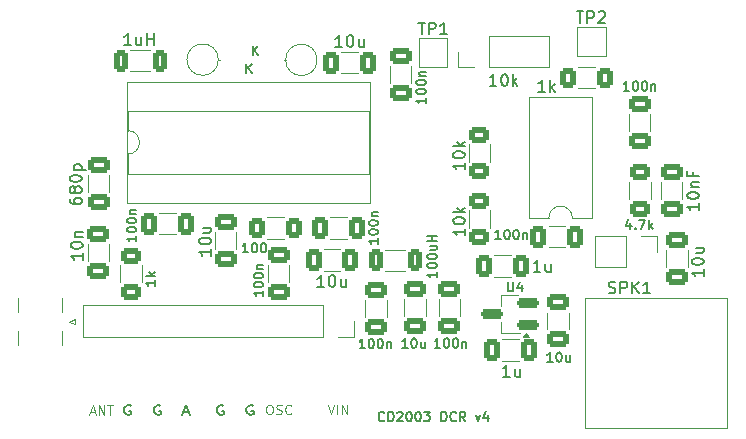
<source format=gbr>
%TF.GenerationSoftware,KiCad,Pcbnew,8.0.1-unknown-202403182320~f90c3ef075~ubuntu22.04.1*%
%TF.CreationDate,2024-03-20T20:40:56+05:30*%
%TF.ProjectId,BoB,426f422e-6b69-4636-9164-5f7063625858,rev?*%
%TF.SameCoordinates,Original*%
%TF.FileFunction,Legend,Top*%
%TF.FilePolarity,Positive*%
%FSLAX46Y46*%
G04 Gerber Fmt 4.6, Leading zero omitted, Abs format (unit mm)*
G04 Created by KiCad (PCBNEW 8.0.1-unknown-202403182320~f90c3ef075~ubuntu22.04.1) date 2024-03-20 20:40:56*
%MOMM*%
%LPD*%
G01*
G04 APERTURE LIST*
G04 Aperture macros list*
%AMRoundRect*
0 Rectangle with rounded corners*
0 $1 Rounding radius*
0 $2 $3 $4 $5 $6 $7 $8 $9 X,Y pos of 4 corners*
0 Add a 4 corners polygon primitive as box body*
4,1,4,$2,$3,$4,$5,$6,$7,$8,$9,$2,$3,0*
0 Add four circle primitives for the rounded corners*
1,1,$1+$1,$2,$3*
1,1,$1+$1,$4,$5*
1,1,$1+$1,$6,$7*
1,1,$1+$1,$8,$9*
0 Add four rect primitives between the rounded corners*
20,1,$1+$1,$2,$3,$4,$5,0*
20,1,$1+$1,$4,$5,$6,$7,0*
20,1,$1+$1,$6,$7,$8,$9,0*
20,1,$1+$1,$8,$9,$2,$3,0*%
G04 Aperture macros list end*
%ADD10C,0.150000*%
%ADD11C,0.120000*%
%ADD12R,2.000000X2.000000*%
%ADD13R,1.600000X1.600000*%
%ADD14O,1.600000X1.600000*%
%ADD15RoundRect,0.250000X-0.650000X0.412500X-0.650000X-0.412500X0.650000X-0.412500X0.650000X0.412500X0*%
%ADD16R,1.700000X1.700000*%
%ADD17O,1.700000X1.700000*%
%ADD18RoundRect,0.250000X0.650000X-0.412500X0.650000X0.412500X-0.650000X0.412500X-0.650000X-0.412500X0*%
%ADD19RoundRect,0.250000X-0.412500X-0.650000X0.412500X-0.650000X0.412500X0.650000X-0.412500X0.650000X0*%
%ADD20RoundRect,0.250000X-0.362500X-0.700000X0.362500X-0.700000X0.362500X0.700000X-0.362500X0.700000X0*%
%ADD21RoundRect,0.250000X0.412500X0.650000X-0.412500X0.650000X-0.412500X-0.650000X0.412500X-0.650000X0*%
%ADD22RoundRect,0.250000X-0.400000X-0.625000X0.400000X-0.625000X0.400000X0.625000X-0.400000X0.625000X0*%
%ADD23C,4.400000*%
%ADD24RoundRect,0.250000X-0.625000X0.400000X-0.625000X-0.400000X0.625000X-0.400000X0.625000X0.400000X0*%
%ADD25RoundRect,0.250000X0.625000X-0.400000X0.625000X0.400000X-0.625000X0.400000X-0.625000X-0.400000X0*%
%ADD26RoundRect,0.250000X0.400000X0.625000X-0.400000X0.625000X-0.400000X-0.625000X0.400000X-0.625000X0*%
%ADD27R,3.600000X1.270000*%
%ADD28R,4.200000X1.350000*%
%ADD29RoundRect,0.200000X0.750000X0.200000X-0.750000X0.200000X-0.750000X-0.200000X0.750000X-0.200000X0*%
%ADD30C,1.200000*%
%ADD31O,1.800000X2.500000*%
%ADD32O,2.500000X1.800000*%
G04 APERTURE END LIST*
D10*
X54850588Y-77552390D02*
X54755350Y-77514295D01*
X54755350Y-77514295D02*
X54612493Y-77514295D01*
X54612493Y-77514295D02*
X54469636Y-77552390D01*
X54469636Y-77552390D02*
X54374398Y-77628580D01*
X54374398Y-77628580D02*
X54326779Y-77704771D01*
X54326779Y-77704771D02*
X54279160Y-77857152D01*
X54279160Y-77857152D02*
X54279160Y-77971438D01*
X54279160Y-77971438D02*
X54326779Y-78123819D01*
X54326779Y-78123819D02*
X54374398Y-78200009D01*
X54374398Y-78200009D02*
X54469636Y-78276200D01*
X54469636Y-78276200D02*
X54612493Y-78314295D01*
X54612493Y-78314295D02*
X54707731Y-78314295D01*
X54707731Y-78314295D02*
X54850588Y-78276200D01*
X54850588Y-78276200D02*
X54898207Y-78238104D01*
X54898207Y-78238104D02*
X54898207Y-77971438D01*
X54898207Y-77971438D02*
X54707731Y-77971438D01*
X57374398Y-77552390D02*
X57279160Y-77514295D01*
X57279160Y-77514295D02*
X57136303Y-77514295D01*
X57136303Y-77514295D02*
X56993446Y-77552390D01*
X56993446Y-77552390D02*
X56898208Y-77628580D01*
X56898208Y-77628580D02*
X56850589Y-77704771D01*
X56850589Y-77704771D02*
X56802970Y-77857152D01*
X56802970Y-77857152D02*
X56802970Y-77971438D01*
X56802970Y-77971438D02*
X56850589Y-78123819D01*
X56850589Y-78123819D02*
X56898208Y-78200009D01*
X56898208Y-78200009D02*
X56993446Y-78276200D01*
X56993446Y-78276200D02*
X57136303Y-78314295D01*
X57136303Y-78314295D02*
X57231541Y-78314295D01*
X57231541Y-78314295D02*
X57374398Y-78276200D01*
X57374398Y-78276200D02*
X57422017Y-78238104D01*
X57422017Y-78238104D02*
X57422017Y-77971438D01*
X57422017Y-77971438D02*
X57231541Y-77971438D01*
X59326780Y-78085723D02*
X59802970Y-78085723D01*
X59231542Y-78314295D02*
X59564875Y-77514295D01*
X59564875Y-77514295D02*
X59898208Y-78314295D01*
D11*
X66522857Y-77473855D02*
X66675238Y-77473855D01*
X66675238Y-77473855D02*
X66751428Y-77511950D01*
X66751428Y-77511950D02*
X66827619Y-77588140D01*
X66827619Y-77588140D02*
X66865714Y-77740521D01*
X66865714Y-77740521D02*
X66865714Y-78007188D01*
X66865714Y-78007188D02*
X66827619Y-78159569D01*
X66827619Y-78159569D02*
X66751428Y-78235760D01*
X66751428Y-78235760D02*
X66675238Y-78273855D01*
X66675238Y-78273855D02*
X66522857Y-78273855D01*
X66522857Y-78273855D02*
X66446666Y-78235760D01*
X66446666Y-78235760D02*
X66370476Y-78159569D01*
X66370476Y-78159569D02*
X66332380Y-78007188D01*
X66332380Y-78007188D02*
X66332380Y-77740521D01*
X66332380Y-77740521D02*
X66370476Y-77588140D01*
X66370476Y-77588140D02*
X66446666Y-77511950D01*
X66446666Y-77511950D02*
X66522857Y-77473855D01*
X67170475Y-78235760D02*
X67284761Y-78273855D01*
X67284761Y-78273855D02*
X67475237Y-78273855D01*
X67475237Y-78273855D02*
X67551428Y-78235760D01*
X67551428Y-78235760D02*
X67589523Y-78197664D01*
X67589523Y-78197664D02*
X67627618Y-78121474D01*
X67627618Y-78121474D02*
X67627618Y-78045283D01*
X67627618Y-78045283D02*
X67589523Y-77969093D01*
X67589523Y-77969093D02*
X67551428Y-77930998D01*
X67551428Y-77930998D02*
X67475237Y-77892902D01*
X67475237Y-77892902D02*
X67322856Y-77854807D01*
X67322856Y-77854807D02*
X67246666Y-77816712D01*
X67246666Y-77816712D02*
X67208571Y-77778617D01*
X67208571Y-77778617D02*
X67170475Y-77702426D01*
X67170475Y-77702426D02*
X67170475Y-77626236D01*
X67170475Y-77626236D02*
X67208571Y-77550045D01*
X67208571Y-77550045D02*
X67246666Y-77511950D01*
X67246666Y-77511950D02*
X67322856Y-77473855D01*
X67322856Y-77473855D02*
X67513333Y-77473855D01*
X67513333Y-77473855D02*
X67627618Y-77511950D01*
X68427619Y-78197664D02*
X68389523Y-78235760D01*
X68389523Y-78235760D02*
X68275238Y-78273855D01*
X68275238Y-78273855D02*
X68199047Y-78273855D01*
X68199047Y-78273855D02*
X68084761Y-78235760D01*
X68084761Y-78235760D02*
X68008571Y-78159569D01*
X68008571Y-78159569D02*
X67970476Y-78083379D01*
X67970476Y-78083379D02*
X67932380Y-77930998D01*
X67932380Y-77930998D02*
X67932380Y-77816712D01*
X67932380Y-77816712D02*
X67970476Y-77664331D01*
X67970476Y-77664331D02*
X68008571Y-77588140D01*
X68008571Y-77588140D02*
X68084761Y-77511950D01*
X68084761Y-77511950D02*
X68199047Y-77473855D01*
X68199047Y-77473855D02*
X68275238Y-77473855D01*
X68275238Y-77473855D02*
X68389523Y-77511950D01*
X68389523Y-77511950D02*
X68427619Y-77550045D01*
D10*
X76336303Y-78788104D02*
X76298207Y-78826200D01*
X76298207Y-78826200D02*
X76183922Y-78864295D01*
X76183922Y-78864295D02*
X76107731Y-78864295D01*
X76107731Y-78864295D02*
X75993445Y-78826200D01*
X75993445Y-78826200D02*
X75917255Y-78750009D01*
X75917255Y-78750009D02*
X75879160Y-78673819D01*
X75879160Y-78673819D02*
X75841064Y-78521438D01*
X75841064Y-78521438D02*
X75841064Y-78407152D01*
X75841064Y-78407152D02*
X75879160Y-78254771D01*
X75879160Y-78254771D02*
X75917255Y-78178580D01*
X75917255Y-78178580D02*
X75993445Y-78102390D01*
X75993445Y-78102390D02*
X76107731Y-78064295D01*
X76107731Y-78064295D02*
X76183922Y-78064295D01*
X76183922Y-78064295D02*
X76298207Y-78102390D01*
X76298207Y-78102390D02*
X76336303Y-78140485D01*
X76679160Y-78864295D02*
X76679160Y-78064295D01*
X76679160Y-78064295D02*
X76869636Y-78064295D01*
X76869636Y-78064295D02*
X76983922Y-78102390D01*
X76983922Y-78102390D02*
X77060112Y-78178580D01*
X77060112Y-78178580D02*
X77098207Y-78254771D01*
X77098207Y-78254771D02*
X77136303Y-78407152D01*
X77136303Y-78407152D02*
X77136303Y-78521438D01*
X77136303Y-78521438D02*
X77098207Y-78673819D01*
X77098207Y-78673819D02*
X77060112Y-78750009D01*
X77060112Y-78750009D02*
X76983922Y-78826200D01*
X76983922Y-78826200D02*
X76869636Y-78864295D01*
X76869636Y-78864295D02*
X76679160Y-78864295D01*
X77441064Y-78140485D02*
X77479160Y-78102390D01*
X77479160Y-78102390D02*
X77555350Y-78064295D01*
X77555350Y-78064295D02*
X77745826Y-78064295D01*
X77745826Y-78064295D02*
X77822017Y-78102390D01*
X77822017Y-78102390D02*
X77860112Y-78140485D01*
X77860112Y-78140485D02*
X77898207Y-78216676D01*
X77898207Y-78216676D02*
X77898207Y-78292866D01*
X77898207Y-78292866D02*
X77860112Y-78407152D01*
X77860112Y-78407152D02*
X77402969Y-78864295D01*
X77402969Y-78864295D02*
X77898207Y-78864295D01*
X78393446Y-78064295D02*
X78469636Y-78064295D01*
X78469636Y-78064295D02*
X78545827Y-78102390D01*
X78545827Y-78102390D02*
X78583922Y-78140485D01*
X78583922Y-78140485D02*
X78622017Y-78216676D01*
X78622017Y-78216676D02*
X78660112Y-78369057D01*
X78660112Y-78369057D02*
X78660112Y-78559533D01*
X78660112Y-78559533D02*
X78622017Y-78711914D01*
X78622017Y-78711914D02*
X78583922Y-78788104D01*
X78583922Y-78788104D02*
X78545827Y-78826200D01*
X78545827Y-78826200D02*
X78469636Y-78864295D01*
X78469636Y-78864295D02*
X78393446Y-78864295D01*
X78393446Y-78864295D02*
X78317255Y-78826200D01*
X78317255Y-78826200D02*
X78279160Y-78788104D01*
X78279160Y-78788104D02*
X78241065Y-78711914D01*
X78241065Y-78711914D02*
X78202969Y-78559533D01*
X78202969Y-78559533D02*
X78202969Y-78369057D01*
X78202969Y-78369057D02*
X78241065Y-78216676D01*
X78241065Y-78216676D02*
X78279160Y-78140485D01*
X78279160Y-78140485D02*
X78317255Y-78102390D01*
X78317255Y-78102390D02*
X78393446Y-78064295D01*
X79155351Y-78064295D02*
X79231541Y-78064295D01*
X79231541Y-78064295D02*
X79307732Y-78102390D01*
X79307732Y-78102390D02*
X79345827Y-78140485D01*
X79345827Y-78140485D02*
X79383922Y-78216676D01*
X79383922Y-78216676D02*
X79422017Y-78369057D01*
X79422017Y-78369057D02*
X79422017Y-78559533D01*
X79422017Y-78559533D02*
X79383922Y-78711914D01*
X79383922Y-78711914D02*
X79345827Y-78788104D01*
X79345827Y-78788104D02*
X79307732Y-78826200D01*
X79307732Y-78826200D02*
X79231541Y-78864295D01*
X79231541Y-78864295D02*
X79155351Y-78864295D01*
X79155351Y-78864295D02*
X79079160Y-78826200D01*
X79079160Y-78826200D02*
X79041065Y-78788104D01*
X79041065Y-78788104D02*
X79002970Y-78711914D01*
X79002970Y-78711914D02*
X78964874Y-78559533D01*
X78964874Y-78559533D02*
X78964874Y-78369057D01*
X78964874Y-78369057D02*
X79002970Y-78216676D01*
X79002970Y-78216676D02*
X79041065Y-78140485D01*
X79041065Y-78140485D02*
X79079160Y-78102390D01*
X79079160Y-78102390D02*
X79155351Y-78064295D01*
X79688684Y-78064295D02*
X80183922Y-78064295D01*
X80183922Y-78064295D02*
X79917256Y-78369057D01*
X79917256Y-78369057D02*
X80031541Y-78369057D01*
X80031541Y-78369057D02*
X80107732Y-78407152D01*
X80107732Y-78407152D02*
X80145827Y-78445247D01*
X80145827Y-78445247D02*
X80183922Y-78521438D01*
X80183922Y-78521438D02*
X80183922Y-78711914D01*
X80183922Y-78711914D02*
X80145827Y-78788104D01*
X80145827Y-78788104D02*
X80107732Y-78826200D01*
X80107732Y-78826200D02*
X80031541Y-78864295D01*
X80031541Y-78864295D02*
X79802970Y-78864295D01*
X79802970Y-78864295D02*
X79726779Y-78826200D01*
X79726779Y-78826200D02*
X79688684Y-78788104D01*
X81136304Y-78864295D02*
X81136304Y-78064295D01*
X81136304Y-78064295D02*
X81326780Y-78064295D01*
X81326780Y-78064295D02*
X81441066Y-78102390D01*
X81441066Y-78102390D02*
X81517256Y-78178580D01*
X81517256Y-78178580D02*
X81555351Y-78254771D01*
X81555351Y-78254771D02*
X81593447Y-78407152D01*
X81593447Y-78407152D02*
X81593447Y-78521438D01*
X81593447Y-78521438D02*
X81555351Y-78673819D01*
X81555351Y-78673819D02*
X81517256Y-78750009D01*
X81517256Y-78750009D02*
X81441066Y-78826200D01*
X81441066Y-78826200D02*
X81326780Y-78864295D01*
X81326780Y-78864295D02*
X81136304Y-78864295D01*
X82393447Y-78788104D02*
X82355351Y-78826200D01*
X82355351Y-78826200D02*
X82241066Y-78864295D01*
X82241066Y-78864295D02*
X82164875Y-78864295D01*
X82164875Y-78864295D02*
X82050589Y-78826200D01*
X82050589Y-78826200D02*
X81974399Y-78750009D01*
X81974399Y-78750009D02*
X81936304Y-78673819D01*
X81936304Y-78673819D02*
X81898208Y-78521438D01*
X81898208Y-78521438D02*
X81898208Y-78407152D01*
X81898208Y-78407152D02*
X81936304Y-78254771D01*
X81936304Y-78254771D02*
X81974399Y-78178580D01*
X81974399Y-78178580D02*
X82050589Y-78102390D01*
X82050589Y-78102390D02*
X82164875Y-78064295D01*
X82164875Y-78064295D02*
X82241066Y-78064295D01*
X82241066Y-78064295D02*
X82355351Y-78102390D01*
X82355351Y-78102390D02*
X82393447Y-78140485D01*
X83193447Y-78864295D02*
X82926780Y-78483342D01*
X82736304Y-78864295D02*
X82736304Y-78064295D01*
X82736304Y-78064295D02*
X83041066Y-78064295D01*
X83041066Y-78064295D02*
X83117256Y-78102390D01*
X83117256Y-78102390D02*
X83155351Y-78140485D01*
X83155351Y-78140485D02*
X83193447Y-78216676D01*
X83193447Y-78216676D02*
X83193447Y-78330961D01*
X83193447Y-78330961D02*
X83155351Y-78407152D01*
X83155351Y-78407152D02*
X83117256Y-78445247D01*
X83117256Y-78445247D02*
X83041066Y-78483342D01*
X83041066Y-78483342D02*
X82736304Y-78483342D01*
X84069637Y-78330961D02*
X84260113Y-78864295D01*
X84260113Y-78864295D02*
X84450590Y-78330961D01*
X85098209Y-78330961D02*
X85098209Y-78864295D01*
X84907733Y-78026200D02*
X84717256Y-78597628D01*
X84717256Y-78597628D02*
X85212495Y-78597628D01*
D11*
X51437714Y-78091283D02*
X51818667Y-78091283D01*
X51361524Y-78319855D02*
X51628191Y-77519855D01*
X51628191Y-77519855D02*
X51894857Y-78319855D01*
X52161524Y-78319855D02*
X52161524Y-77519855D01*
X52161524Y-77519855D02*
X52618667Y-78319855D01*
X52618667Y-78319855D02*
X52618667Y-77519855D01*
X52885333Y-77519855D02*
X53342476Y-77519855D01*
X53113904Y-78319855D02*
X53113904Y-77519855D01*
D10*
X62690588Y-77552390D02*
X62595350Y-77514295D01*
X62595350Y-77514295D02*
X62452493Y-77514295D01*
X62452493Y-77514295D02*
X62309636Y-77552390D01*
X62309636Y-77552390D02*
X62214398Y-77628580D01*
X62214398Y-77628580D02*
X62166779Y-77704771D01*
X62166779Y-77704771D02*
X62119160Y-77857152D01*
X62119160Y-77857152D02*
X62119160Y-77971438D01*
X62119160Y-77971438D02*
X62166779Y-78123819D01*
X62166779Y-78123819D02*
X62214398Y-78200009D01*
X62214398Y-78200009D02*
X62309636Y-78276200D01*
X62309636Y-78276200D02*
X62452493Y-78314295D01*
X62452493Y-78314295D02*
X62547731Y-78314295D01*
X62547731Y-78314295D02*
X62690588Y-78276200D01*
X62690588Y-78276200D02*
X62738207Y-78238104D01*
X62738207Y-78238104D02*
X62738207Y-77971438D01*
X62738207Y-77971438D02*
X62547731Y-77971438D01*
X65214398Y-77552390D02*
X65119160Y-77514295D01*
X65119160Y-77514295D02*
X64976303Y-77514295D01*
X64976303Y-77514295D02*
X64833446Y-77552390D01*
X64833446Y-77552390D02*
X64738208Y-77628580D01*
X64738208Y-77628580D02*
X64690589Y-77704771D01*
X64690589Y-77704771D02*
X64642970Y-77857152D01*
X64642970Y-77857152D02*
X64642970Y-77971438D01*
X64642970Y-77971438D02*
X64690589Y-78123819D01*
X64690589Y-78123819D02*
X64738208Y-78200009D01*
X64738208Y-78200009D02*
X64833446Y-78276200D01*
X64833446Y-78276200D02*
X64976303Y-78314295D01*
X64976303Y-78314295D02*
X65071541Y-78314295D01*
X65071541Y-78314295D02*
X65214398Y-78276200D01*
X65214398Y-78276200D02*
X65262017Y-78238104D01*
X65262017Y-78238104D02*
X65262017Y-77971438D01*
X65262017Y-77971438D02*
X65071541Y-77971438D01*
D11*
X71533810Y-77493855D02*
X71800477Y-78293855D01*
X71800477Y-78293855D02*
X72067143Y-77493855D01*
X72333810Y-78293855D02*
X72333810Y-77493855D01*
X72714762Y-78293855D02*
X72714762Y-77493855D01*
X72714762Y-77493855D02*
X73171905Y-78293855D01*
X73171905Y-78293855D02*
X73171905Y-77493855D01*
D10*
X79198095Y-45116819D02*
X79769523Y-45116819D01*
X79483809Y-46116819D02*
X79483809Y-45116819D01*
X80102857Y-46116819D02*
X80102857Y-45116819D01*
X80102857Y-45116819D02*
X80483809Y-45116819D01*
X80483809Y-45116819D02*
X80579047Y-45164438D01*
X80579047Y-45164438D02*
X80626666Y-45212057D01*
X80626666Y-45212057D02*
X80674285Y-45307295D01*
X80674285Y-45307295D02*
X80674285Y-45450152D01*
X80674285Y-45450152D02*
X80626666Y-45545390D01*
X80626666Y-45545390D02*
X80579047Y-45593009D01*
X80579047Y-45593009D02*
X80483809Y-45640628D01*
X80483809Y-45640628D02*
X80102857Y-45640628D01*
X81626666Y-46116819D02*
X81055238Y-46116819D01*
X81340952Y-46116819D02*
X81340952Y-45116819D01*
X81340952Y-45116819D02*
X81245714Y-45259676D01*
X81245714Y-45259676D02*
X81150476Y-45354914D01*
X81150476Y-45354914D02*
X81055238Y-45402533D01*
X65170476Y-47872295D02*
X65170476Y-47072295D01*
X65627619Y-47872295D02*
X65284761Y-47415152D01*
X65627619Y-47072295D02*
X65170476Y-47529438D01*
X74684761Y-72692295D02*
X74227618Y-72692295D01*
X74456190Y-72692295D02*
X74456190Y-71892295D01*
X74456190Y-71892295D02*
X74379999Y-72006580D01*
X74379999Y-72006580D02*
X74303809Y-72082771D01*
X74303809Y-72082771D02*
X74227618Y-72120866D01*
X75180000Y-71892295D02*
X75256190Y-71892295D01*
X75256190Y-71892295D02*
X75332381Y-71930390D01*
X75332381Y-71930390D02*
X75370476Y-71968485D01*
X75370476Y-71968485D02*
X75408571Y-72044676D01*
X75408571Y-72044676D02*
X75446666Y-72197057D01*
X75446666Y-72197057D02*
X75446666Y-72387533D01*
X75446666Y-72387533D02*
X75408571Y-72539914D01*
X75408571Y-72539914D02*
X75370476Y-72616104D01*
X75370476Y-72616104D02*
X75332381Y-72654200D01*
X75332381Y-72654200D02*
X75256190Y-72692295D01*
X75256190Y-72692295D02*
X75180000Y-72692295D01*
X75180000Y-72692295D02*
X75103809Y-72654200D01*
X75103809Y-72654200D02*
X75065714Y-72616104D01*
X75065714Y-72616104D02*
X75027619Y-72539914D01*
X75027619Y-72539914D02*
X74989523Y-72387533D01*
X74989523Y-72387533D02*
X74989523Y-72197057D01*
X74989523Y-72197057D02*
X75027619Y-72044676D01*
X75027619Y-72044676D02*
X75065714Y-71968485D01*
X75065714Y-71968485D02*
X75103809Y-71930390D01*
X75103809Y-71930390D02*
X75180000Y-71892295D01*
X75941905Y-71892295D02*
X76018095Y-71892295D01*
X76018095Y-71892295D02*
X76094286Y-71930390D01*
X76094286Y-71930390D02*
X76132381Y-71968485D01*
X76132381Y-71968485D02*
X76170476Y-72044676D01*
X76170476Y-72044676D02*
X76208571Y-72197057D01*
X76208571Y-72197057D02*
X76208571Y-72387533D01*
X76208571Y-72387533D02*
X76170476Y-72539914D01*
X76170476Y-72539914D02*
X76132381Y-72616104D01*
X76132381Y-72616104D02*
X76094286Y-72654200D01*
X76094286Y-72654200D02*
X76018095Y-72692295D01*
X76018095Y-72692295D02*
X75941905Y-72692295D01*
X75941905Y-72692295D02*
X75865714Y-72654200D01*
X75865714Y-72654200D02*
X75827619Y-72616104D01*
X75827619Y-72616104D02*
X75789524Y-72539914D01*
X75789524Y-72539914D02*
X75751428Y-72387533D01*
X75751428Y-72387533D02*
X75751428Y-72197057D01*
X75751428Y-72197057D02*
X75789524Y-72044676D01*
X75789524Y-72044676D02*
X75827619Y-71968485D01*
X75827619Y-71968485D02*
X75865714Y-71930390D01*
X75865714Y-71930390D02*
X75941905Y-71892295D01*
X76551429Y-72158961D02*
X76551429Y-72692295D01*
X76551429Y-72235152D02*
X76589524Y-72197057D01*
X76589524Y-72197057D02*
X76665714Y-72158961D01*
X76665714Y-72158961D02*
X76780000Y-72158961D01*
X76780000Y-72158961D02*
X76856191Y-72197057D01*
X76856191Y-72197057D02*
X76894286Y-72273247D01*
X76894286Y-72273247D02*
X76894286Y-72692295D01*
X85822761Y-50476819D02*
X85251333Y-50476819D01*
X85537047Y-50476819D02*
X85537047Y-49476819D01*
X85537047Y-49476819D02*
X85441809Y-49619676D01*
X85441809Y-49619676D02*
X85346571Y-49714914D01*
X85346571Y-49714914D02*
X85251333Y-49762533D01*
X86441809Y-49476819D02*
X86537047Y-49476819D01*
X86537047Y-49476819D02*
X86632285Y-49524438D01*
X86632285Y-49524438D02*
X86679904Y-49572057D01*
X86679904Y-49572057D02*
X86727523Y-49667295D01*
X86727523Y-49667295D02*
X86775142Y-49857771D01*
X86775142Y-49857771D02*
X86775142Y-50095866D01*
X86775142Y-50095866D02*
X86727523Y-50286342D01*
X86727523Y-50286342D02*
X86679904Y-50381580D01*
X86679904Y-50381580D02*
X86632285Y-50429200D01*
X86632285Y-50429200D02*
X86537047Y-50476819D01*
X86537047Y-50476819D02*
X86441809Y-50476819D01*
X86441809Y-50476819D02*
X86346571Y-50429200D01*
X86346571Y-50429200D02*
X86298952Y-50381580D01*
X86298952Y-50381580D02*
X86251333Y-50286342D01*
X86251333Y-50286342D02*
X86203714Y-50095866D01*
X86203714Y-50095866D02*
X86203714Y-49857771D01*
X86203714Y-49857771D02*
X86251333Y-49667295D01*
X86251333Y-49667295D02*
X86298952Y-49572057D01*
X86298952Y-49572057D02*
X86346571Y-49524438D01*
X86346571Y-49524438D02*
X86441809Y-49476819D01*
X87203714Y-50476819D02*
X87203714Y-49476819D01*
X87298952Y-50095866D02*
X87584666Y-50476819D01*
X87584666Y-49810152D02*
X87203714Y-50191104D01*
X79822295Y-51495238D02*
X79822295Y-51952381D01*
X79822295Y-51723809D02*
X79022295Y-51723809D01*
X79022295Y-51723809D02*
X79136580Y-51800000D01*
X79136580Y-51800000D02*
X79212771Y-51876190D01*
X79212771Y-51876190D02*
X79250866Y-51952381D01*
X79022295Y-50999999D02*
X79022295Y-50923809D01*
X79022295Y-50923809D02*
X79060390Y-50847618D01*
X79060390Y-50847618D02*
X79098485Y-50809523D01*
X79098485Y-50809523D02*
X79174676Y-50771428D01*
X79174676Y-50771428D02*
X79327057Y-50733333D01*
X79327057Y-50733333D02*
X79517533Y-50733333D01*
X79517533Y-50733333D02*
X79669914Y-50771428D01*
X79669914Y-50771428D02*
X79746104Y-50809523D01*
X79746104Y-50809523D02*
X79784200Y-50847618D01*
X79784200Y-50847618D02*
X79822295Y-50923809D01*
X79822295Y-50923809D02*
X79822295Y-50999999D01*
X79822295Y-50999999D02*
X79784200Y-51076190D01*
X79784200Y-51076190D02*
X79746104Y-51114285D01*
X79746104Y-51114285D02*
X79669914Y-51152380D01*
X79669914Y-51152380D02*
X79517533Y-51190476D01*
X79517533Y-51190476D02*
X79327057Y-51190476D01*
X79327057Y-51190476D02*
X79174676Y-51152380D01*
X79174676Y-51152380D02*
X79098485Y-51114285D01*
X79098485Y-51114285D02*
X79060390Y-51076190D01*
X79060390Y-51076190D02*
X79022295Y-50999999D01*
X79022295Y-50238094D02*
X79022295Y-50161904D01*
X79022295Y-50161904D02*
X79060390Y-50085713D01*
X79060390Y-50085713D02*
X79098485Y-50047618D01*
X79098485Y-50047618D02*
X79174676Y-50009523D01*
X79174676Y-50009523D02*
X79327057Y-49971428D01*
X79327057Y-49971428D02*
X79517533Y-49971428D01*
X79517533Y-49971428D02*
X79669914Y-50009523D01*
X79669914Y-50009523D02*
X79746104Y-50047618D01*
X79746104Y-50047618D02*
X79784200Y-50085713D01*
X79784200Y-50085713D02*
X79822295Y-50161904D01*
X79822295Y-50161904D02*
X79822295Y-50238094D01*
X79822295Y-50238094D02*
X79784200Y-50314285D01*
X79784200Y-50314285D02*
X79746104Y-50352380D01*
X79746104Y-50352380D02*
X79669914Y-50390475D01*
X79669914Y-50390475D02*
X79517533Y-50428571D01*
X79517533Y-50428571D02*
X79327057Y-50428571D01*
X79327057Y-50428571D02*
X79174676Y-50390475D01*
X79174676Y-50390475D02*
X79098485Y-50352380D01*
X79098485Y-50352380D02*
X79060390Y-50314285D01*
X79060390Y-50314285D02*
X79022295Y-50238094D01*
X79288961Y-49628570D02*
X79822295Y-49628570D01*
X79365152Y-49628570D02*
X79327057Y-49590475D01*
X79327057Y-49590475D02*
X79288961Y-49514285D01*
X79288961Y-49514285D02*
X79288961Y-49399999D01*
X79288961Y-49399999D02*
X79327057Y-49323808D01*
X79327057Y-49323808D02*
X79403247Y-49285713D01*
X79403247Y-49285713D02*
X79822295Y-49285713D01*
X55322295Y-63175238D02*
X55322295Y-63632381D01*
X55322295Y-63403809D02*
X54522295Y-63403809D01*
X54522295Y-63403809D02*
X54636580Y-63480000D01*
X54636580Y-63480000D02*
X54712771Y-63556190D01*
X54712771Y-63556190D02*
X54750866Y-63632381D01*
X54522295Y-62679999D02*
X54522295Y-62603809D01*
X54522295Y-62603809D02*
X54560390Y-62527618D01*
X54560390Y-62527618D02*
X54598485Y-62489523D01*
X54598485Y-62489523D02*
X54674676Y-62451428D01*
X54674676Y-62451428D02*
X54827057Y-62413333D01*
X54827057Y-62413333D02*
X55017533Y-62413333D01*
X55017533Y-62413333D02*
X55169914Y-62451428D01*
X55169914Y-62451428D02*
X55246104Y-62489523D01*
X55246104Y-62489523D02*
X55284200Y-62527618D01*
X55284200Y-62527618D02*
X55322295Y-62603809D01*
X55322295Y-62603809D02*
X55322295Y-62679999D01*
X55322295Y-62679999D02*
X55284200Y-62756190D01*
X55284200Y-62756190D02*
X55246104Y-62794285D01*
X55246104Y-62794285D02*
X55169914Y-62832380D01*
X55169914Y-62832380D02*
X55017533Y-62870476D01*
X55017533Y-62870476D02*
X54827057Y-62870476D01*
X54827057Y-62870476D02*
X54674676Y-62832380D01*
X54674676Y-62832380D02*
X54598485Y-62794285D01*
X54598485Y-62794285D02*
X54560390Y-62756190D01*
X54560390Y-62756190D02*
X54522295Y-62679999D01*
X54522295Y-61918094D02*
X54522295Y-61841904D01*
X54522295Y-61841904D02*
X54560390Y-61765713D01*
X54560390Y-61765713D02*
X54598485Y-61727618D01*
X54598485Y-61727618D02*
X54674676Y-61689523D01*
X54674676Y-61689523D02*
X54827057Y-61651428D01*
X54827057Y-61651428D02*
X55017533Y-61651428D01*
X55017533Y-61651428D02*
X55169914Y-61689523D01*
X55169914Y-61689523D02*
X55246104Y-61727618D01*
X55246104Y-61727618D02*
X55284200Y-61765713D01*
X55284200Y-61765713D02*
X55322295Y-61841904D01*
X55322295Y-61841904D02*
X55322295Y-61918094D01*
X55322295Y-61918094D02*
X55284200Y-61994285D01*
X55284200Y-61994285D02*
X55246104Y-62032380D01*
X55246104Y-62032380D02*
X55169914Y-62070475D01*
X55169914Y-62070475D02*
X55017533Y-62108571D01*
X55017533Y-62108571D02*
X54827057Y-62108571D01*
X54827057Y-62108571D02*
X54674676Y-62070475D01*
X54674676Y-62070475D02*
X54598485Y-62032380D01*
X54598485Y-62032380D02*
X54560390Y-61994285D01*
X54560390Y-61994285D02*
X54522295Y-61918094D01*
X54788961Y-61308570D02*
X55322295Y-61308570D01*
X54865152Y-61308570D02*
X54827057Y-61270475D01*
X54827057Y-61270475D02*
X54788961Y-61194285D01*
X54788961Y-61194285D02*
X54788961Y-61079999D01*
X54788961Y-61079999D02*
X54827057Y-61003808D01*
X54827057Y-61003808D02*
X54903247Y-60965713D01*
X54903247Y-60965713D02*
X55322295Y-60965713D01*
X54889523Y-47034819D02*
X54318095Y-47034819D01*
X54603809Y-47034819D02*
X54603809Y-46034819D01*
X54603809Y-46034819D02*
X54508571Y-46177676D01*
X54508571Y-46177676D02*
X54413333Y-46272914D01*
X54413333Y-46272914D02*
X54318095Y-46320533D01*
X55746666Y-46368152D02*
X55746666Y-47034819D01*
X55318095Y-46368152D02*
X55318095Y-46891961D01*
X55318095Y-46891961D02*
X55365714Y-46987200D01*
X55365714Y-46987200D02*
X55460952Y-47034819D01*
X55460952Y-47034819D02*
X55603809Y-47034819D01*
X55603809Y-47034819D02*
X55699047Y-46987200D01*
X55699047Y-46987200D02*
X55746666Y-46939580D01*
X56222857Y-47034819D02*
X56222857Y-46034819D01*
X56222857Y-46511009D02*
X56794285Y-46511009D01*
X56794285Y-47034819D02*
X56794285Y-46034819D01*
X49694819Y-60034285D02*
X49694819Y-60224761D01*
X49694819Y-60224761D02*
X49742438Y-60319999D01*
X49742438Y-60319999D02*
X49790057Y-60367618D01*
X49790057Y-60367618D02*
X49932914Y-60462856D01*
X49932914Y-60462856D02*
X50123390Y-60510475D01*
X50123390Y-60510475D02*
X50504342Y-60510475D01*
X50504342Y-60510475D02*
X50599580Y-60462856D01*
X50599580Y-60462856D02*
X50647200Y-60415237D01*
X50647200Y-60415237D02*
X50694819Y-60319999D01*
X50694819Y-60319999D02*
X50694819Y-60129523D01*
X50694819Y-60129523D02*
X50647200Y-60034285D01*
X50647200Y-60034285D02*
X50599580Y-59986666D01*
X50599580Y-59986666D02*
X50504342Y-59939047D01*
X50504342Y-59939047D02*
X50266247Y-59939047D01*
X50266247Y-59939047D02*
X50171009Y-59986666D01*
X50171009Y-59986666D02*
X50123390Y-60034285D01*
X50123390Y-60034285D02*
X50075771Y-60129523D01*
X50075771Y-60129523D02*
X50075771Y-60319999D01*
X50075771Y-60319999D02*
X50123390Y-60415237D01*
X50123390Y-60415237D02*
X50171009Y-60462856D01*
X50171009Y-60462856D02*
X50266247Y-60510475D01*
X50123390Y-59367618D02*
X50075771Y-59462856D01*
X50075771Y-59462856D02*
X50028152Y-59510475D01*
X50028152Y-59510475D02*
X49932914Y-59558094D01*
X49932914Y-59558094D02*
X49885295Y-59558094D01*
X49885295Y-59558094D02*
X49790057Y-59510475D01*
X49790057Y-59510475D02*
X49742438Y-59462856D01*
X49742438Y-59462856D02*
X49694819Y-59367618D01*
X49694819Y-59367618D02*
X49694819Y-59177142D01*
X49694819Y-59177142D02*
X49742438Y-59081904D01*
X49742438Y-59081904D02*
X49790057Y-59034285D01*
X49790057Y-59034285D02*
X49885295Y-58986666D01*
X49885295Y-58986666D02*
X49932914Y-58986666D01*
X49932914Y-58986666D02*
X50028152Y-59034285D01*
X50028152Y-59034285D02*
X50075771Y-59081904D01*
X50075771Y-59081904D02*
X50123390Y-59177142D01*
X50123390Y-59177142D02*
X50123390Y-59367618D01*
X50123390Y-59367618D02*
X50171009Y-59462856D01*
X50171009Y-59462856D02*
X50218628Y-59510475D01*
X50218628Y-59510475D02*
X50313866Y-59558094D01*
X50313866Y-59558094D02*
X50504342Y-59558094D01*
X50504342Y-59558094D02*
X50599580Y-59510475D01*
X50599580Y-59510475D02*
X50647200Y-59462856D01*
X50647200Y-59462856D02*
X50694819Y-59367618D01*
X50694819Y-59367618D02*
X50694819Y-59177142D01*
X50694819Y-59177142D02*
X50647200Y-59081904D01*
X50647200Y-59081904D02*
X50599580Y-59034285D01*
X50599580Y-59034285D02*
X50504342Y-58986666D01*
X50504342Y-58986666D02*
X50313866Y-58986666D01*
X50313866Y-58986666D02*
X50218628Y-59034285D01*
X50218628Y-59034285D02*
X50171009Y-59081904D01*
X50171009Y-59081904D02*
X50123390Y-59177142D01*
X49694819Y-58367618D02*
X49694819Y-58272380D01*
X49694819Y-58272380D02*
X49742438Y-58177142D01*
X49742438Y-58177142D02*
X49790057Y-58129523D01*
X49790057Y-58129523D02*
X49885295Y-58081904D01*
X49885295Y-58081904D02*
X50075771Y-58034285D01*
X50075771Y-58034285D02*
X50313866Y-58034285D01*
X50313866Y-58034285D02*
X50504342Y-58081904D01*
X50504342Y-58081904D02*
X50599580Y-58129523D01*
X50599580Y-58129523D02*
X50647200Y-58177142D01*
X50647200Y-58177142D02*
X50694819Y-58272380D01*
X50694819Y-58272380D02*
X50694819Y-58367618D01*
X50694819Y-58367618D02*
X50647200Y-58462856D01*
X50647200Y-58462856D02*
X50599580Y-58510475D01*
X50599580Y-58510475D02*
X50504342Y-58558094D01*
X50504342Y-58558094D02*
X50313866Y-58605713D01*
X50313866Y-58605713D02*
X50075771Y-58605713D01*
X50075771Y-58605713D02*
X49885295Y-58558094D01*
X49885295Y-58558094D02*
X49790057Y-58510475D01*
X49790057Y-58510475D02*
X49742438Y-58462856D01*
X49742438Y-58462856D02*
X49694819Y-58367618D01*
X50028152Y-57605713D02*
X51028152Y-57605713D01*
X50075771Y-57605713D02*
X50028152Y-57510475D01*
X50028152Y-57510475D02*
X50028152Y-57319999D01*
X50028152Y-57319999D02*
X50075771Y-57224761D01*
X50075771Y-57224761D02*
X50123390Y-57177142D01*
X50123390Y-57177142D02*
X50218628Y-57129523D01*
X50218628Y-57129523D02*
X50504342Y-57129523D01*
X50504342Y-57129523D02*
X50599580Y-57177142D01*
X50599580Y-57177142D02*
X50647200Y-57224761D01*
X50647200Y-57224761D02*
X50694819Y-57319999D01*
X50694819Y-57319999D02*
X50694819Y-57510475D01*
X50694819Y-57510475D02*
X50647200Y-57605713D01*
X71239142Y-67510819D02*
X70667714Y-67510819D01*
X70953428Y-67510819D02*
X70953428Y-66510819D01*
X70953428Y-66510819D02*
X70858190Y-66653676D01*
X70858190Y-66653676D02*
X70762952Y-66748914D01*
X70762952Y-66748914D02*
X70667714Y-66796533D01*
X71858190Y-66510819D02*
X71953428Y-66510819D01*
X71953428Y-66510819D02*
X72048666Y-66558438D01*
X72048666Y-66558438D02*
X72096285Y-66606057D01*
X72096285Y-66606057D02*
X72143904Y-66701295D01*
X72143904Y-66701295D02*
X72191523Y-66891771D01*
X72191523Y-66891771D02*
X72191523Y-67129866D01*
X72191523Y-67129866D02*
X72143904Y-67320342D01*
X72143904Y-67320342D02*
X72096285Y-67415580D01*
X72096285Y-67415580D02*
X72048666Y-67463200D01*
X72048666Y-67463200D02*
X71953428Y-67510819D01*
X71953428Y-67510819D02*
X71858190Y-67510819D01*
X71858190Y-67510819D02*
X71762952Y-67463200D01*
X71762952Y-67463200D02*
X71715333Y-67415580D01*
X71715333Y-67415580D02*
X71667714Y-67320342D01*
X71667714Y-67320342D02*
X71620095Y-67129866D01*
X71620095Y-67129866D02*
X71620095Y-66891771D01*
X71620095Y-66891771D02*
X71667714Y-66701295D01*
X71667714Y-66701295D02*
X71715333Y-66606057D01*
X71715333Y-66606057D02*
X71762952Y-66558438D01*
X71762952Y-66558438D02*
X71858190Y-66510819D01*
X73048666Y-66844152D02*
X73048666Y-67510819D01*
X72620095Y-66844152D02*
X72620095Y-67367961D01*
X72620095Y-67367961D02*
X72667714Y-67463200D01*
X72667714Y-67463200D02*
X72762952Y-67510819D01*
X72762952Y-67510819D02*
X72905809Y-67510819D01*
X72905809Y-67510819D02*
X73001047Y-67463200D01*
X73001047Y-67463200D02*
X73048666Y-67415580D01*
X64786666Y-64572295D02*
X64329523Y-64572295D01*
X64558095Y-64572295D02*
X64558095Y-63772295D01*
X64558095Y-63772295D02*
X64481904Y-63886580D01*
X64481904Y-63886580D02*
X64405714Y-63962771D01*
X64405714Y-63962771D02*
X64329523Y-64000866D01*
X65281905Y-63772295D02*
X65358095Y-63772295D01*
X65358095Y-63772295D02*
X65434286Y-63810390D01*
X65434286Y-63810390D02*
X65472381Y-63848485D01*
X65472381Y-63848485D02*
X65510476Y-63924676D01*
X65510476Y-63924676D02*
X65548571Y-64077057D01*
X65548571Y-64077057D02*
X65548571Y-64267533D01*
X65548571Y-64267533D02*
X65510476Y-64419914D01*
X65510476Y-64419914D02*
X65472381Y-64496104D01*
X65472381Y-64496104D02*
X65434286Y-64534200D01*
X65434286Y-64534200D02*
X65358095Y-64572295D01*
X65358095Y-64572295D02*
X65281905Y-64572295D01*
X65281905Y-64572295D02*
X65205714Y-64534200D01*
X65205714Y-64534200D02*
X65167619Y-64496104D01*
X65167619Y-64496104D02*
X65129524Y-64419914D01*
X65129524Y-64419914D02*
X65091428Y-64267533D01*
X65091428Y-64267533D02*
X65091428Y-64077057D01*
X65091428Y-64077057D02*
X65129524Y-63924676D01*
X65129524Y-63924676D02*
X65167619Y-63848485D01*
X65167619Y-63848485D02*
X65205714Y-63810390D01*
X65205714Y-63810390D02*
X65281905Y-63772295D01*
X66043810Y-63772295D02*
X66120000Y-63772295D01*
X66120000Y-63772295D02*
X66196191Y-63810390D01*
X66196191Y-63810390D02*
X66234286Y-63848485D01*
X66234286Y-63848485D02*
X66272381Y-63924676D01*
X66272381Y-63924676D02*
X66310476Y-64077057D01*
X66310476Y-64077057D02*
X66310476Y-64267533D01*
X66310476Y-64267533D02*
X66272381Y-64419914D01*
X66272381Y-64419914D02*
X66234286Y-64496104D01*
X66234286Y-64496104D02*
X66196191Y-64534200D01*
X66196191Y-64534200D02*
X66120000Y-64572295D01*
X66120000Y-64572295D02*
X66043810Y-64572295D01*
X66043810Y-64572295D02*
X65967619Y-64534200D01*
X65967619Y-64534200D02*
X65929524Y-64496104D01*
X65929524Y-64496104D02*
X65891429Y-64419914D01*
X65891429Y-64419914D02*
X65853333Y-64267533D01*
X65853333Y-64267533D02*
X65853333Y-64077057D01*
X65853333Y-64077057D02*
X65891429Y-63924676D01*
X65891429Y-63924676D02*
X65929524Y-63848485D01*
X65929524Y-63848485D02*
X65967619Y-63810390D01*
X65967619Y-63810390D02*
X66043810Y-63772295D01*
X75800295Y-63379238D02*
X75800295Y-63836381D01*
X75800295Y-63607809D02*
X75000295Y-63607809D01*
X75000295Y-63607809D02*
X75114580Y-63684000D01*
X75114580Y-63684000D02*
X75190771Y-63760190D01*
X75190771Y-63760190D02*
X75228866Y-63836381D01*
X75000295Y-62883999D02*
X75000295Y-62807809D01*
X75000295Y-62807809D02*
X75038390Y-62731618D01*
X75038390Y-62731618D02*
X75076485Y-62693523D01*
X75076485Y-62693523D02*
X75152676Y-62655428D01*
X75152676Y-62655428D02*
X75305057Y-62617333D01*
X75305057Y-62617333D02*
X75495533Y-62617333D01*
X75495533Y-62617333D02*
X75647914Y-62655428D01*
X75647914Y-62655428D02*
X75724104Y-62693523D01*
X75724104Y-62693523D02*
X75762200Y-62731618D01*
X75762200Y-62731618D02*
X75800295Y-62807809D01*
X75800295Y-62807809D02*
X75800295Y-62883999D01*
X75800295Y-62883999D02*
X75762200Y-62960190D01*
X75762200Y-62960190D02*
X75724104Y-62998285D01*
X75724104Y-62998285D02*
X75647914Y-63036380D01*
X75647914Y-63036380D02*
X75495533Y-63074476D01*
X75495533Y-63074476D02*
X75305057Y-63074476D01*
X75305057Y-63074476D02*
X75152676Y-63036380D01*
X75152676Y-63036380D02*
X75076485Y-62998285D01*
X75076485Y-62998285D02*
X75038390Y-62960190D01*
X75038390Y-62960190D02*
X75000295Y-62883999D01*
X75000295Y-62122094D02*
X75000295Y-62045904D01*
X75000295Y-62045904D02*
X75038390Y-61969713D01*
X75038390Y-61969713D02*
X75076485Y-61931618D01*
X75076485Y-61931618D02*
X75152676Y-61893523D01*
X75152676Y-61893523D02*
X75305057Y-61855428D01*
X75305057Y-61855428D02*
X75495533Y-61855428D01*
X75495533Y-61855428D02*
X75647914Y-61893523D01*
X75647914Y-61893523D02*
X75724104Y-61931618D01*
X75724104Y-61931618D02*
X75762200Y-61969713D01*
X75762200Y-61969713D02*
X75800295Y-62045904D01*
X75800295Y-62045904D02*
X75800295Y-62122094D01*
X75800295Y-62122094D02*
X75762200Y-62198285D01*
X75762200Y-62198285D02*
X75724104Y-62236380D01*
X75724104Y-62236380D02*
X75647914Y-62274475D01*
X75647914Y-62274475D02*
X75495533Y-62312571D01*
X75495533Y-62312571D02*
X75305057Y-62312571D01*
X75305057Y-62312571D02*
X75152676Y-62274475D01*
X75152676Y-62274475D02*
X75076485Y-62236380D01*
X75076485Y-62236380D02*
X75038390Y-62198285D01*
X75038390Y-62198285D02*
X75000295Y-62122094D01*
X75266961Y-61512570D02*
X75800295Y-61512570D01*
X75343152Y-61512570D02*
X75305057Y-61474475D01*
X75305057Y-61474475D02*
X75266961Y-61398285D01*
X75266961Y-61398285D02*
X75266961Y-61283999D01*
X75266961Y-61283999D02*
X75305057Y-61207808D01*
X75305057Y-61207808D02*
X75381247Y-61169713D01*
X75381247Y-61169713D02*
X75800295Y-61169713D01*
X78295713Y-72660295D02*
X77838570Y-72660295D01*
X78067142Y-72660295D02*
X78067142Y-71860295D01*
X78067142Y-71860295D02*
X77990951Y-71974580D01*
X77990951Y-71974580D02*
X77914761Y-72050771D01*
X77914761Y-72050771D02*
X77838570Y-72088866D01*
X78790952Y-71860295D02*
X78867142Y-71860295D01*
X78867142Y-71860295D02*
X78943333Y-71898390D01*
X78943333Y-71898390D02*
X78981428Y-71936485D01*
X78981428Y-71936485D02*
X79019523Y-72012676D01*
X79019523Y-72012676D02*
X79057618Y-72165057D01*
X79057618Y-72165057D02*
X79057618Y-72355533D01*
X79057618Y-72355533D02*
X79019523Y-72507914D01*
X79019523Y-72507914D02*
X78981428Y-72584104D01*
X78981428Y-72584104D02*
X78943333Y-72622200D01*
X78943333Y-72622200D02*
X78867142Y-72660295D01*
X78867142Y-72660295D02*
X78790952Y-72660295D01*
X78790952Y-72660295D02*
X78714761Y-72622200D01*
X78714761Y-72622200D02*
X78676666Y-72584104D01*
X78676666Y-72584104D02*
X78638571Y-72507914D01*
X78638571Y-72507914D02*
X78600475Y-72355533D01*
X78600475Y-72355533D02*
X78600475Y-72165057D01*
X78600475Y-72165057D02*
X78638571Y-72012676D01*
X78638571Y-72012676D02*
X78676666Y-71936485D01*
X78676666Y-71936485D02*
X78714761Y-71898390D01*
X78714761Y-71898390D02*
X78790952Y-71860295D01*
X79743333Y-72126961D02*
X79743333Y-72660295D01*
X79400476Y-72126961D02*
X79400476Y-72546009D01*
X79400476Y-72546009D02*
X79438571Y-72622200D01*
X79438571Y-72622200D02*
X79514761Y-72660295D01*
X79514761Y-72660295D02*
X79629047Y-72660295D01*
X79629047Y-72660295D02*
X79705238Y-72622200D01*
X79705238Y-72622200D02*
X79743333Y-72584104D01*
X89543333Y-66214819D02*
X88971905Y-66214819D01*
X89257619Y-66214819D02*
X89257619Y-65214819D01*
X89257619Y-65214819D02*
X89162381Y-65357676D01*
X89162381Y-65357676D02*
X89067143Y-65452914D01*
X89067143Y-65452914D02*
X88971905Y-65500533D01*
X90400476Y-65548152D02*
X90400476Y-66214819D01*
X89971905Y-65548152D02*
X89971905Y-66071961D01*
X89971905Y-66071961D02*
X90019524Y-66167200D01*
X90019524Y-66167200D02*
X90114762Y-66214819D01*
X90114762Y-66214819D02*
X90257619Y-66214819D01*
X90257619Y-66214819D02*
X90352857Y-66167200D01*
X90352857Y-66167200D02*
X90400476Y-66119580D01*
X80762295Y-66234286D02*
X80762295Y-66691429D01*
X80762295Y-66462857D02*
X79962295Y-66462857D01*
X79962295Y-66462857D02*
X80076580Y-66539048D01*
X80076580Y-66539048D02*
X80152771Y-66615238D01*
X80152771Y-66615238D02*
X80190866Y-66691429D01*
X79962295Y-65739047D02*
X79962295Y-65662857D01*
X79962295Y-65662857D02*
X80000390Y-65586666D01*
X80000390Y-65586666D02*
X80038485Y-65548571D01*
X80038485Y-65548571D02*
X80114676Y-65510476D01*
X80114676Y-65510476D02*
X80267057Y-65472381D01*
X80267057Y-65472381D02*
X80457533Y-65472381D01*
X80457533Y-65472381D02*
X80609914Y-65510476D01*
X80609914Y-65510476D02*
X80686104Y-65548571D01*
X80686104Y-65548571D02*
X80724200Y-65586666D01*
X80724200Y-65586666D02*
X80762295Y-65662857D01*
X80762295Y-65662857D02*
X80762295Y-65739047D01*
X80762295Y-65739047D02*
X80724200Y-65815238D01*
X80724200Y-65815238D02*
X80686104Y-65853333D01*
X80686104Y-65853333D02*
X80609914Y-65891428D01*
X80609914Y-65891428D02*
X80457533Y-65929524D01*
X80457533Y-65929524D02*
X80267057Y-65929524D01*
X80267057Y-65929524D02*
X80114676Y-65891428D01*
X80114676Y-65891428D02*
X80038485Y-65853333D01*
X80038485Y-65853333D02*
X80000390Y-65815238D01*
X80000390Y-65815238D02*
X79962295Y-65739047D01*
X79962295Y-64977142D02*
X79962295Y-64900952D01*
X79962295Y-64900952D02*
X80000390Y-64824761D01*
X80000390Y-64824761D02*
X80038485Y-64786666D01*
X80038485Y-64786666D02*
X80114676Y-64748571D01*
X80114676Y-64748571D02*
X80267057Y-64710476D01*
X80267057Y-64710476D02*
X80457533Y-64710476D01*
X80457533Y-64710476D02*
X80609914Y-64748571D01*
X80609914Y-64748571D02*
X80686104Y-64786666D01*
X80686104Y-64786666D02*
X80724200Y-64824761D01*
X80724200Y-64824761D02*
X80762295Y-64900952D01*
X80762295Y-64900952D02*
X80762295Y-64977142D01*
X80762295Y-64977142D02*
X80724200Y-65053333D01*
X80724200Y-65053333D02*
X80686104Y-65091428D01*
X80686104Y-65091428D02*
X80609914Y-65129523D01*
X80609914Y-65129523D02*
X80457533Y-65167619D01*
X80457533Y-65167619D02*
X80267057Y-65167619D01*
X80267057Y-65167619D02*
X80114676Y-65129523D01*
X80114676Y-65129523D02*
X80038485Y-65091428D01*
X80038485Y-65091428D02*
X80000390Y-65053333D01*
X80000390Y-65053333D02*
X79962295Y-64977142D01*
X80228961Y-64024761D02*
X80762295Y-64024761D01*
X80228961Y-64367618D02*
X80648009Y-64367618D01*
X80648009Y-64367618D02*
X80724200Y-64329523D01*
X80724200Y-64329523D02*
X80762295Y-64253333D01*
X80762295Y-64253333D02*
X80762295Y-64139047D01*
X80762295Y-64139047D02*
X80724200Y-64062856D01*
X80724200Y-64062856D02*
X80686104Y-64024761D01*
X80762295Y-63643808D02*
X79962295Y-63643808D01*
X80343247Y-63643808D02*
X80343247Y-63186665D01*
X80762295Y-63186665D02*
X79962295Y-63186665D01*
X86194761Y-63452295D02*
X85737618Y-63452295D01*
X85966190Y-63452295D02*
X85966190Y-62652295D01*
X85966190Y-62652295D02*
X85889999Y-62766580D01*
X85889999Y-62766580D02*
X85813809Y-62842771D01*
X85813809Y-62842771D02*
X85737618Y-62880866D01*
X86690000Y-62652295D02*
X86766190Y-62652295D01*
X86766190Y-62652295D02*
X86842381Y-62690390D01*
X86842381Y-62690390D02*
X86880476Y-62728485D01*
X86880476Y-62728485D02*
X86918571Y-62804676D01*
X86918571Y-62804676D02*
X86956666Y-62957057D01*
X86956666Y-62957057D02*
X86956666Y-63147533D01*
X86956666Y-63147533D02*
X86918571Y-63299914D01*
X86918571Y-63299914D02*
X86880476Y-63376104D01*
X86880476Y-63376104D02*
X86842381Y-63414200D01*
X86842381Y-63414200D02*
X86766190Y-63452295D01*
X86766190Y-63452295D02*
X86690000Y-63452295D01*
X86690000Y-63452295D02*
X86613809Y-63414200D01*
X86613809Y-63414200D02*
X86575714Y-63376104D01*
X86575714Y-63376104D02*
X86537619Y-63299914D01*
X86537619Y-63299914D02*
X86499523Y-63147533D01*
X86499523Y-63147533D02*
X86499523Y-62957057D01*
X86499523Y-62957057D02*
X86537619Y-62804676D01*
X86537619Y-62804676D02*
X86575714Y-62728485D01*
X86575714Y-62728485D02*
X86613809Y-62690390D01*
X86613809Y-62690390D02*
X86690000Y-62652295D01*
X87451905Y-62652295D02*
X87528095Y-62652295D01*
X87528095Y-62652295D02*
X87604286Y-62690390D01*
X87604286Y-62690390D02*
X87642381Y-62728485D01*
X87642381Y-62728485D02*
X87680476Y-62804676D01*
X87680476Y-62804676D02*
X87718571Y-62957057D01*
X87718571Y-62957057D02*
X87718571Y-63147533D01*
X87718571Y-63147533D02*
X87680476Y-63299914D01*
X87680476Y-63299914D02*
X87642381Y-63376104D01*
X87642381Y-63376104D02*
X87604286Y-63414200D01*
X87604286Y-63414200D02*
X87528095Y-63452295D01*
X87528095Y-63452295D02*
X87451905Y-63452295D01*
X87451905Y-63452295D02*
X87375714Y-63414200D01*
X87375714Y-63414200D02*
X87337619Y-63376104D01*
X87337619Y-63376104D02*
X87299524Y-63299914D01*
X87299524Y-63299914D02*
X87261428Y-63147533D01*
X87261428Y-63147533D02*
X87261428Y-62957057D01*
X87261428Y-62957057D02*
X87299524Y-62804676D01*
X87299524Y-62804676D02*
X87337619Y-62728485D01*
X87337619Y-62728485D02*
X87375714Y-62690390D01*
X87375714Y-62690390D02*
X87451905Y-62652295D01*
X88061429Y-62918961D02*
X88061429Y-63452295D01*
X88061429Y-62995152D02*
X88099524Y-62957057D01*
X88099524Y-62957057D02*
X88175714Y-62918961D01*
X88175714Y-62918961D02*
X88290000Y-62918961D01*
X88290000Y-62918961D02*
X88366191Y-62957057D01*
X88366191Y-62957057D02*
X88404286Y-63033247D01*
X88404286Y-63033247D02*
X88404286Y-63452295D01*
X97046761Y-50884295D02*
X96589618Y-50884295D01*
X96818190Y-50884295D02*
X96818190Y-50084295D01*
X96818190Y-50084295D02*
X96741999Y-50198580D01*
X96741999Y-50198580D02*
X96665809Y-50274771D01*
X96665809Y-50274771D02*
X96589618Y-50312866D01*
X97542000Y-50084295D02*
X97618190Y-50084295D01*
X97618190Y-50084295D02*
X97694381Y-50122390D01*
X97694381Y-50122390D02*
X97732476Y-50160485D01*
X97732476Y-50160485D02*
X97770571Y-50236676D01*
X97770571Y-50236676D02*
X97808666Y-50389057D01*
X97808666Y-50389057D02*
X97808666Y-50579533D01*
X97808666Y-50579533D02*
X97770571Y-50731914D01*
X97770571Y-50731914D02*
X97732476Y-50808104D01*
X97732476Y-50808104D02*
X97694381Y-50846200D01*
X97694381Y-50846200D02*
X97618190Y-50884295D01*
X97618190Y-50884295D02*
X97542000Y-50884295D01*
X97542000Y-50884295D02*
X97465809Y-50846200D01*
X97465809Y-50846200D02*
X97427714Y-50808104D01*
X97427714Y-50808104D02*
X97389619Y-50731914D01*
X97389619Y-50731914D02*
X97351523Y-50579533D01*
X97351523Y-50579533D02*
X97351523Y-50389057D01*
X97351523Y-50389057D02*
X97389619Y-50236676D01*
X97389619Y-50236676D02*
X97427714Y-50160485D01*
X97427714Y-50160485D02*
X97465809Y-50122390D01*
X97465809Y-50122390D02*
X97542000Y-50084295D01*
X98303905Y-50084295D02*
X98380095Y-50084295D01*
X98380095Y-50084295D02*
X98456286Y-50122390D01*
X98456286Y-50122390D02*
X98494381Y-50160485D01*
X98494381Y-50160485D02*
X98532476Y-50236676D01*
X98532476Y-50236676D02*
X98570571Y-50389057D01*
X98570571Y-50389057D02*
X98570571Y-50579533D01*
X98570571Y-50579533D02*
X98532476Y-50731914D01*
X98532476Y-50731914D02*
X98494381Y-50808104D01*
X98494381Y-50808104D02*
X98456286Y-50846200D01*
X98456286Y-50846200D02*
X98380095Y-50884295D01*
X98380095Y-50884295D02*
X98303905Y-50884295D01*
X98303905Y-50884295D02*
X98227714Y-50846200D01*
X98227714Y-50846200D02*
X98189619Y-50808104D01*
X98189619Y-50808104D02*
X98151524Y-50731914D01*
X98151524Y-50731914D02*
X98113428Y-50579533D01*
X98113428Y-50579533D02*
X98113428Y-50389057D01*
X98113428Y-50389057D02*
X98151524Y-50236676D01*
X98151524Y-50236676D02*
X98189619Y-50160485D01*
X98189619Y-50160485D02*
X98227714Y-50122390D01*
X98227714Y-50122390D02*
X98303905Y-50084295D01*
X98913429Y-50350961D02*
X98913429Y-50884295D01*
X98913429Y-50427152D02*
X98951524Y-50389057D01*
X98951524Y-50389057D02*
X99027714Y-50350961D01*
X99027714Y-50350961D02*
X99142000Y-50350961D01*
X99142000Y-50350961D02*
X99218191Y-50389057D01*
X99218191Y-50389057D02*
X99256286Y-50465247D01*
X99256286Y-50465247D02*
X99256286Y-50884295D01*
X90585713Y-73822295D02*
X90128570Y-73822295D01*
X90357142Y-73822295D02*
X90357142Y-73022295D01*
X90357142Y-73022295D02*
X90280951Y-73136580D01*
X90280951Y-73136580D02*
X90204761Y-73212771D01*
X90204761Y-73212771D02*
X90128570Y-73250866D01*
X91080952Y-73022295D02*
X91157142Y-73022295D01*
X91157142Y-73022295D02*
X91233333Y-73060390D01*
X91233333Y-73060390D02*
X91271428Y-73098485D01*
X91271428Y-73098485D02*
X91309523Y-73174676D01*
X91309523Y-73174676D02*
X91347618Y-73327057D01*
X91347618Y-73327057D02*
X91347618Y-73517533D01*
X91347618Y-73517533D02*
X91309523Y-73669914D01*
X91309523Y-73669914D02*
X91271428Y-73746104D01*
X91271428Y-73746104D02*
X91233333Y-73784200D01*
X91233333Y-73784200D02*
X91157142Y-73822295D01*
X91157142Y-73822295D02*
X91080952Y-73822295D01*
X91080952Y-73822295D02*
X91004761Y-73784200D01*
X91004761Y-73784200D02*
X90966666Y-73746104D01*
X90966666Y-73746104D02*
X90928571Y-73669914D01*
X90928571Y-73669914D02*
X90890475Y-73517533D01*
X90890475Y-73517533D02*
X90890475Y-73327057D01*
X90890475Y-73327057D02*
X90928571Y-73174676D01*
X90928571Y-73174676D02*
X90966666Y-73098485D01*
X90966666Y-73098485D02*
X91004761Y-73060390D01*
X91004761Y-73060390D02*
X91080952Y-73022295D01*
X92033333Y-73288961D02*
X92033333Y-73822295D01*
X91690476Y-73288961D02*
X91690476Y-73708009D01*
X91690476Y-73708009D02*
X91728571Y-73784200D01*
X91728571Y-73784200D02*
X91804761Y-73822295D01*
X91804761Y-73822295D02*
X91919047Y-73822295D01*
X91919047Y-73822295D02*
X91995238Y-73784200D01*
X91995238Y-73784200D02*
X92033333Y-73746104D01*
X92616095Y-44168819D02*
X93187523Y-44168819D01*
X92901809Y-45168819D02*
X92901809Y-44168819D01*
X93520857Y-45168819D02*
X93520857Y-44168819D01*
X93520857Y-44168819D02*
X93901809Y-44168819D01*
X93901809Y-44168819D02*
X93997047Y-44216438D01*
X93997047Y-44216438D02*
X94044666Y-44264057D01*
X94044666Y-44264057D02*
X94092285Y-44359295D01*
X94092285Y-44359295D02*
X94092285Y-44502152D01*
X94092285Y-44502152D02*
X94044666Y-44597390D01*
X94044666Y-44597390D02*
X93997047Y-44645009D01*
X93997047Y-44645009D02*
X93901809Y-44692628D01*
X93901809Y-44692628D02*
X93520857Y-44692628D01*
X94473238Y-44264057D02*
X94520857Y-44216438D01*
X94520857Y-44216438D02*
X94616095Y-44168819D01*
X94616095Y-44168819D02*
X94854190Y-44168819D01*
X94854190Y-44168819D02*
X94949428Y-44216438D01*
X94949428Y-44216438D02*
X94997047Y-44264057D01*
X94997047Y-44264057D02*
X95044666Y-44359295D01*
X95044666Y-44359295D02*
X95044666Y-44454533D01*
X95044666Y-44454533D02*
X94997047Y-44597390D01*
X94997047Y-44597390D02*
X94425619Y-45168819D01*
X94425619Y-45168819D02*
X95044666Y-45168819D01*
X50784819Y-64632857D02*
X50784819Y-65204285D01*
X50784819Y-64918571D02*
X49784819Y-64918571D01*
X49784819Y-64918571D02*
X49927676Y-65013809D01*
X49927676Y-65013809D02*
X50022914Y-65109047D01*
X50022914Y-65109047D02*
X50070533Y-65204285D01*
X49784819Y-64013809D02*
X49784819Y-63918571D01*
X49784819Y-63918571D02*
X49832438Y-63823333D01*
X49832438Y-63823333D02*
X49880057Y-63775714D01*
X49880057Y-63775714D02*
X49975295Y-63728095D01*
X49975295Y-63728095D02*
X50165771Y-63680476D01*
X50165771Y-63680476D02*
X50403866Y-63680476D01*
X50403866Y-63680476D02*
X50594342Y-63728095D01*
X50594342Y-63728095D02*
X50689580Y-63775714D01*
X50689580Y-63775714D02*
X50737200Y-63823333D01*
X50737200Y-63823333D02*
X50784819Y-63918571D01*
X50784819Y-63918571D02*
X50784819Y-64013809D01*
X50784819Y-64013809D02*
X50737200Y-64109047D01*
X50737200Y-64109047D02*
X50689580Y-64156666D01*
X50689580Y-64156666D02*
X50594342Y-64204285D01*
X50594342Y-64204285D02*
X50403866Y-64251904D01*
X50403866Y-64251904D02*
X50165771Y-64251904D01*
X50165771Y-64251904D02*
X49975295Y-64204285D01*
X49975295Y-64204285D02*
X49880057Y-64156666D01*
X49880057Y-64156666D02*
X49832438Y-64109047D01*
X49832438Y-64109047D02*
X49784819Y-64013809D01*
X50118152Y-63251904D02*
X50784819Y-63251904D01*
X50213390Y-63251904D02*
X50165771Y-63204285D01*
X50165771Y-63204285D02*
X50118152Y-63109047D01*
X50118152Y-63109047D02*
X50118152Y-62966190D01*
X50118152Y-62966190D02*
X50165771Y-62870952D01*
X50165771Y-62870952D02*
X50261009Y-62823333D01*
X50261009Y-62823333D02*
X50784819Y-62823333D01*
X66062295Y-67815238D02*
X66062295Y-68272381D01*
X66062295Y-68043809D02*
X65262295Y-68043809D01*
X65262295Y-68043809D02*
X65376580Y-68120000D01*
X65376580Y-68120000D02*
X65452771Y-68196190D01*
X65452771Y-68196190D02*
X65490866Y-68272381D01*
X65262295Y-67319999D02*
X65262295Y-67243809D01*
X65262295Y-67243809D02*
X65300390Y-67167618D01*
X65300390Y-67167618D02*
X65338485Y-67129523D01*
X65338485Y-67129523D02*
X65414676Y-67091428D01*
X65414676Y-67091428D02*
X65567057Y-67053333D01*
X65567057Y-67053333D02*
X65757533Y-67053333D01*
X65757533Y-67053333D02*
X65909914Y-67091428D01*
X65909914Y-67091428D02*
X65986104Y-67129523D01*
X65986104Y-67129523D02*
X66024200Y-67167618D01*
X66024200Y-67167618D02*
X66062295Y-67243809D01*
X66062295Y-67243809D02*
X66062295Y-67319999D01*
X66062295Y-67319999D02*
X66024200Y-67396190D01*
X66024200Y-67396190D02*
X65986104Y-67434285D01*
X65986104Y-67434285D02*
X65909914Y-67472380D01*
X65909914Y-67472380D02*
X65757533Y-67510476D01*
X65757533Y-67510476D02*
X65567057Y-67510476D01*
X65567057Y-67510476D02*
X65414676Y-67472380D01*
X65414676Y-67472380D02*
X65338485Y-67434285D01*
X65338485Y-67434285D02*
X65300390Y-67396190D01*
X65300390Y-67396190D02*
X65262295Y-67319999D01*
X65262295Y-66558094D02*
X65262295Y-66481904D01*
X65262295Y-66481904D02*
X65300390Y-66405713D01*
X65300390Y-66405713D02*
X65338485Y-66367618D01*
X65338485Y-66367618D02*
X65414676Y-66329523D01*
X65414676Y-66329523D02*
X65567057Y-66291428D01*
X65567057Y-66291428D02*
X65757533Y-66291428D01*
X65757533Y-66291428D02*
X65909914Y-66329523D01*
X65909914Y-66329523D02*
X65986104Y-66367618D01*
X65986104Y-66367618D02*
X66024200Y-66405713D01*
X66024200Y-66405713D02*
X66062295Y-66481904D01*
X66062295Y-66481904D02*
X66062295Y-66558094D01*
X66062295Y-66558094D02*
X66024200Y-66634285D01*
X66024200Y-66634285D02*
X65986104Y-66672380D01*
X65986104Y-66672380D02*
X65909914Y-66710475D01*
X65909914Y-66710475D02*
X65757533Y-66748571D01*
X65757533Y-66748571D02*
X65567057Y-66748571D01*
X65567057Y-66748571D02*
X65414676Y-66710475D01*
X65414676Y-66710475D02*
X65338485Y-66672380D01*
X65338485Y-66672380D02*
X65300390Y-66634285D01*
X65300390Y-66634285D02*
X65262295Y-66558094D01*
X65528961Y-65948570D02*
X66062295Y-65948570D01*
X65605152Y-65948570D02*
X65567057Y-65910475D01*
X65567057Y-65910475D02*
X65528961Y-65834285D01*
X65528961Y-65834285D02*
X65528961Y-65719999D01*
X65528961Y-65719999D02*
X65567057Y-65643808D01*
X65567057Y-65643808D02*
X65643247Y-65605713D01*
X65643247Y-65605713D02*
X66062295Y-65605713D01*
X61634819Y-64281904D02*
X61634819Y-64853332D01*
X61634819Y-64567618D02*
X60634819Y-64567618D01*
X60634819Y-64567618D02*
X60777676Y-64662856D01*
X60777676Y-64662856D02*
X60872914Y-64758094D01*
X60872914Y-64758094D02*
X60920533Y-64853332D01*
X60634819Y-63662856D02*
X60634819Y-63567618D01*
X60634819Y-63567618D02*
X60682438Y-63472380D01*
X60682438Y-63472380D02*
X60730057Y-63424761D01*
X60730057Y-63424761D02*
X60825295Y-63377142D01*
X60825295Y-63377142D02*
X61015771Y-63329523D01*
X61015771Y-63329523D02*
X61253866Y-63329523D01*
X61253866Y-63329523D02*
X61444342Y-63377142D01*
X61444342Y-63377142D02*
X61539580Y-63424761D01*
X61539580Y-63424761D02*
X61587200Y-63472380D01*
X61587200Y-63472380D02*
X61634819Y-63567618D01*
X61634819Y-63567618D02*
X61634819Y-63662856D01*
X61634819Y-63662856D02*
X61587200Y-63758094D01*
X61587200Y-63758094D02*
X61539580Y-63805713D01*
X61539580Y-63805713D02*
X61444342Y-63853332D01*
X61444342Y-63853332D02*
X61253866Y-63900951D01*
X61253866Y-63900951D02*
X61015771Y-63900951D01*
X61015771Y-63900951D02*
X60825295Y-63853332D01*
X60825295Y-63853332D02*
X60730057Y-63805713D01*
X60730057Y-63805713D02*
X60682438Y-63758094D01*
X60682438Y-63758094D02*
X60634819Y-63662856D01*
X60968152Y-62472380D02*
X61634819Y-62472380D01*
X60968152Y-62900951D02*
X61491961Y-62900951D01*
X61491961Y-62900951D02*
X61587200Y-62853332D01*
X61587200Y-62853332D02*
X61634819Y-62758094D01*
X61634819Y-62758094D02*
X61634819Y-62615237D01*
X61634819Y-62615237D02*
X61587200Y-62519999D01*
X61587200Y-62519999D02*
X61539580Y-62472380D01*
X102956819Y-60416928D02*
X102956819Y-60988356D01*
X102956819Y-60702642D02*
X101956819Y-60702642D01*
X101956819Y-60702642D02*
X102099676Y-60797880D01*
X102099676Y-60797880D02*
X102194914Y-60893118D01*
X102194914Y-60893118D02*
X102242533Y-60988356D01*
X101956819Y-59797880D02*
X101956819Y-59702642D01*
X101956819Y-59702642D02*
X102004438Y-59607404D01*
X102004438Y-59607404D02*
X102052057Y-59559785D01*
X102052057Y-59559785D02*
X102147295Y-59512166D01*
X102147295Y-59512166D02*
X102337771Y-59464547D01*
X102337771Y-59464547D02*
X102575866Y-59464547D01*
X102575866Y-59464547D02*
X102766342Y-59512166D01*
X102766342Y-59512166D02*
X102861580Y-59559785D01*
X102861580Y-59559785D02*
X102909200Y-59607404D01*
X102909200Y-59607404D02*
X102956819Y-59702642D01*
X102956819Y-59702642D02*
X102956819Y-59797880D01*
X102956819Y-59797880D02*
X102909200Y-59893118D01*
X102909200Y-59893118D02*
X102861580Y-59940737D01*
X102861580Y-59940737D02*
X102766342Y-59988356D01*
X102766342Y-59988356D02*
X102575866Y-60035975D01*
X102575866Y-60035975D02*
X102337771Y-60035975D01*
X102337771Y-60035975D02*
X102147295Y-59988356D01*
X102147295Y-59988356D02*
X102052057Y-59940737D01*
X102052057Y-59940737D02*
X102004438Y-59893118D01*
X102004438Y-59893118D02*
X101956819Y-59797880D01*
X102290152Y-59035975D02*
X102956819Y-59035975D01*
X102385390Y-59035975D02*
X102337771Y-58988356D01*
X102337771Y-58988356D02*
X102290152Y-58893118D01*
X102290152Y-58893118D02*
X102290152Y-58750261D01*
X102290152Y-58750261D02*
X102337771Y-58655023D01*
X102337771Y-58655023D02*
X102433009Y-58607404D01*
X102433009Y-58607404D02*
X102956819Y-58607404D01*
X102433009Y-57797880D02*
X102433009Y-58131213D01*
X102956819Y-58131213D02*
X101956819Y-58131213D01*
X101956819Y-58131213D02*
X101956819Y-57655023D01*
X56912295Y-66925238D02*
X56912295Y-67382381D01*
X56912295Y-67153809D02*
X56112295Y-67153809D01*
X56112295Y-67153809D02*
X56226580Y-67230000D01*
X56226580Y-67230000D02*
X56302771Y-67306190D01*
X56302771Y-67306190D02*
X56340866Y-67382381D01*
X56912295Y-66582380D02*
X56112295Y-66582380D01*
X56607533Y-66506190D02*
X56912295Y-66277618D01*
X56378961Y-66277618D02*
X56683723Y-66582380D01*
X83154819Y-62565238D02*
X83154819Y-63136666D01*
X83154819Y-62850952D02*
X82154819Y-62850952D01*
X82154819Y-62850952D02*
X82297676Y-62946190D01*
X82297676Y-62946190D02*
X82392914Y-63041428D01*
X82392914Y-63041428D02*
X82440533Y-63136666D01*
X82154819Y-61946190D02*
X82154819Y-61850952D01*
X82154819Y-61850952D02*
X82202438Y-61755714D01*
X82202438Y-61755714D02*
X82250057Y-61708095D01*
X82250057Y-61708095D02*
X82345295Y-61660476D01*
X82345295Y-61660476D02*
X82535771Y-61612857D01*
X82535771Y-61612857D02*
X82773866Y-61612857D01*
X82773866Y-61612857D02*
X82964342Y-61660476D01*
X82964342Y-61660476D02*
X83059580Y-61708095D01*
X83059580Y-61708095D02*
X83107200Y-61755714D01*
X83107200Y-61755714D02*
X83154819Y-61850952D01*
X83154819Y-61850952D02*
X83154819Y-61946190D01*
X83154819Y-61946190D02*
X83107200Y-62041428D01*
X83107200Y-62041428D02*
X83059580Y-62089047D01*
X83059580Y-62089047D02*
X82964342Y-62136666D01*
X82964342Y-62136666D02*
X82773866Y-62184285D01*
X82773866Y-62184285D02*
X82535771Y-62184285D01*
X82535771Y-62184285D02*
X82345295Y-62136666D01*
X82345295Y-62136666D02*
X82250057Y-62089047D01*
X82250057Y-62089047D02*
X82202438Y-62041428D01*
X82202438Y-62041428D02*
X82154819Y-61946190D01*
X83154819Y-61184285D02*
X82154819Y-61184285D01*
X82773866Y-61089047D02*
X83154819Y-60803333D01*
X82488152Y-60803333D02*
X82869104Y-61184285D01*
X89948952Y-50976819D02*
X89377524Y-50976819D01*
X89663238Y-50976819D02*
X89663238Y-49976819D01*
X89663238Y-49976819D02*
X89568000Y-50119676D01*
X89568000Y-50119676D02*
X89472762Y-50214914D01*
X89472762Y-50214914D02*
X89377524Y-50262533D01*
X90377524Y-50976819D02*
X90377524Y-49976819D01*
X90472762Y-50595866D02*
X90758476Y-50976819D01*
X90758476Y-50310152D02*
X90377524Y-50691104D01*
X97167143Y-62088961D02*
X97167143Y-62622295D01*
X96976667Y-61784200D02*
X96786190Y-62355628D01*
X96786190Y-62355628D02*
X97281429Y-62355628D01*
X97586191Y-62546104D02*
X97624286Y-62584200D01*
X97624286Y-62584200D02*
X97586191Y-62622295D01*
X97586191Y-62622295D02*
X97548095Y-62584200D01*
X97548095Y-62584200D02*
X97586191Y-62546104D01*
X97586191Y-62546104D02*
X97586191Y-62622295D01*
X97890952Y-61822295D02*
X98424286Y-61822295D01*
X98424286Y-61822295D02*
X98081428Y-62622295D01*
X98729048Y-62622295D02*
X98729048Y-61822295D01*
X98805238Y-62317533D02*
X99033810Y-62622295D01*
X99033810Y-62088961D02*
X98729048Y-62393723D01*
X72763142Y-47190819D02*
X72191714Y-47190819D01*
X72477428Y-47190819D02*
X72477428Y-46190819D01*
X72477428Y-46190819D02*
X72382190Y-46333676D01*
X72382190Y-46333676D02*
X72286952Y-46428914D01*
X72286952Y-46428914D02*
X72191714Y-46476533D01*
X73382190Y-46190819D02*
X73477428Y-46190819D01*
X73477428Y-46190819D02*
X73572666Y-46238438D01*
X73572666Y-46238438D02*
X73620285Y-46286057D01*
X73620285Y-46286057D02*
X73667904Y-46381295D01*
X73667904Y-46381295D02*
X73715523Y-46571771D01*
X73715523Y-46571771D02*
X73715523Y-46809866D01*
X73715523Y-46809866D02*
X73667904Y-47000342D01*
X73667904Y-47000342D02*
X73620285Y-47095580D01*
X73620285Y-47095580D02*
X73572666Y-47143200D01*
X73572666Y-47143200D02*
X73477428Y-47190819D01*
X73477428Y-47190819D02*
X73382190Y-47190819D01*
X73382190Y-47190819D02*
X73286952Y-47143200D01*
X73286952Y-47143200D02*
X73239333Y-47095580D01*
X73239333Y-47095580D02*
X73191714Y-47000342D01*
X73191714Y-47000342D02*
X73144095Y-46809866D01*
X73144095Y-46809866D02*
X73144095Y-46571771D01*
X73144095Y-46571771D02*
X73191714Y-46381295D01*
X73191714Y-46381295D02*
X73239333Y-46286057D01*
X73239333Y-46286057D02*
X73286952Y-46238438D01*
X73286952Y-46238438D02*
X73382190Y-46190819D01*
X74572666Y-46524152D02*
X74572666Y-47190819D01*
X74144095Y-46524152D02*
X74144095Y-47047961D01*
X74144095Y-47047961D02*
X74191714Y-47143200D01*
X74191714Y-47143200D02*
X74286952Y-47190819D01*
X74286952Y-47190819D02*
X74429809Y-47190819D01*
X74429809Y-47190819D02*
X74525047Y-47143200D01*
X74525047Y-47143200D02*
X74572666Y-47095580D01*
X83124819Y-56985238D02*
X83124819Y-57556666D01*
X83124819Y-57270952D02*
X82124819Y-57270952D01*
X82124819Y-57270952D02*
X82267676Y-57366190D01*
X82267676Y-57366190D02*
X82362914Y-57461428D01*
X82362914Y-57461428D02*
X82410533Y-57556666D01*
X82124819Y-56366190D02*
X82124819Y-56270952D01*
X82124819Y-56270952D02*
X82172438Y-56175714D01*
X82172438Y-56175714D02*
X82220057Y-56128095D01*
X82220057Y-56128095D02*
X82315295Y-56080476D01*
X82315295Y-56080476D02*
X82505771Y-56032857D01*
X82505771Y-56032857D02*
X82743866Y-56032857D01*
X82743866Y-56032857D02*
X82934342Y-56080476D01*
X82934342Y-56080476D02*
X83029580Y-56128095D01*
X83029580Y-56128095D02*
X83077200Y-56175714D01*
X83077200Y-56175714D02*
X83124819Y-56270952D01*
X83124819Y-56270952D02*
X83124819Y-56366190D01*
X83124819Y-56366190D02*
X83077200Y-56461428D01*
X83077200Y-56461428D02*
X83029580Y-56509047D01*
X83029580Y-56509047D02*
X82934342Y-56556666D01*
X82934342Y-56556666D02*
X82743866Y-56604285D01*
X82743866Y-56604285D02*
X82505771Y-56604285D01*
X82505771Y-56604285D02*
X82315295Y-56556666D01*
X82315295Y-56556666D02*
X82220057Y-56509047D01*
X82220057Y-56509047D02*
X82172438Y-56461428D01*
X82172438Y-56461428D02*
X82124819Y-56366190D01*
X83124819Y-55604285D02*
X82124819Y-55604285D01*
X82743866Y-55509047D02*
X83124819Y-55223333D01*
X82458152Y-55223333D02*
X82839104Y-55604285D01*
X86800476Y-67082295D02*
X86800476Y-67729914D01*
X86800476Y-67729914D02*
X86838571Y-67806104D01*
X86838571Y-67806104D02*
X86876666Y-67844200D01*
X86876666Y-67844200D02*
X86952857Y-67882295D01*
X86952857Y-67882295D02*
X87105238Y-67882295D01*
X87105238Y-67882295D02*
X87181428Y-67844200D01*
X87181428Y-67844200D02*
X87219523Y-67806104D01*
X87219523Y-67806104D02*
X87257619Y-67729914D01*
X87257619Y-67729914D02*
X87257619Y-67082295D01*
X87981428Y-67348961D02*
X87981428Y-67882295D01*
X87790952Y-67044200D02*
X87600475Y-67615628D01*
X87600475Y-67615628D02*
X88095714Y-67615628D01*
X64640476Y-49402295D02*
X64640476Y-48602295D01*
X65097619Y-49402295D02*
X64754761Y-48945152D01*
X65097619Y-48602295D02*
X64640476Y-49059438D01*
X86953333Y-75104819D02*
X86381905Y-75104819D01*
X86667619Y-75104819D02*
X86667619Y-74104819D01*
X86667619Y-74104819D02*
X86572381Y-74247676D01*
X86572381Y-74247676D02*
X86477143Y-74342914D01*
X86477143Y-74342914D02*
X86381905Y-74390533D01*
X87810476Y-74438152D02*
X87810476Y-75104819D01*
X87381905Y-74438152D02*
X87381905Y-74961961D01*
X87381905Y-74961961D02*
X87429524Y-75057200D01*
X87429524Y-75057200D02*
X87524762Y-75104819D01*
X87524762Y-75104819D02*
X87667619Y-75104819D01*
X87667619Y-75104819D02*
X87762857Y-75057200D01*
X87762857Y-75057200D02*
X87810476Y-75009580D01*
X81047761Y-72661795D02*
X80590618Y-72661795D01*
X80819190Y-72661795D02*
X80819190Y-71861795D01*
X80819190Y-71861795D02*
X80742999Y-71976080D01*
X80742999Y-71976080D02*
X80666809Y-72052271D01*
X80666809Y-72052271D02*
X80590618Y-72090366D01*
X81543000Y-71861795D02*
X81619190Y-71861795D01*
X81619190Y-71861795D02*
X81695381Y-71899890D01*
X81695381Y-71899890D02*
X81733476Y-71937985D01*
X81733476Y-71937985D02*
X81771571Y-72014176D01*
X81771571Y-72014176D02*
X81809666Y-72166557D01*
X81809666Y-72166557D02*
X81809666Y-72357033D01*
X81809666Y-72357033D02*
X81771571Y-72509414D01*
X81771571Y-72509414D02*
X81733476Y-72585604D01*
X81733476Y-72585604D02*
X81695381Y-72623700D01*
X81695381Y-72623700D02*
X81619190Y-72661795D01*
X81619190Y-72661795D02*
X81543000Y-72661795D01*
X81543000Y-72661795D02*
X81466809Y-72623700D01*
X81466809Y-72623700D02*
X81428714Y-72585604D01*
X81428714Y-72585604D02*
X81390619Y-72509414D01*
X81390619Y-72509414D02*
X81352523Y-72357033D01*
X81352523Y-72357033D02*
X81352523Y-72166557D01*
X81352523Y-72166557D02*
X81390619Y-72014176D01*
X81390619Y-72014176D02*
X81428714Y-71937985D01*
X81428714Y-71937985D02*
X81466809Y-71899890D01*
X81466809Y-71899890D02*
X81543000Y-71861795D01*
X82304905Y-71861795D02*
X82381095Y-71861795D01*
X82381095Y-71861795D02*
X82457286Y-71899890D01*
X82457286Y-71899890D02*
X82495381Y-71937985D01*
X82495381Y-71937985D02*
X82533476Y-72014176D01*
X82533476Y-72014176D02*
X82571571Y-72166557D01*
X82571571Y-72166557D02*
X82571571Y-72357033D01*
X82571571Y-72357033D02*
X82533476Y-72509414D01*
X82533476Y-72509414D02*
X82495381Y-72585604D01*
X82495381Y-72585604D02*
X82457286Y-72623700D01*
X82457286Y-72623700D02*
X82381095Y-72661795D01*
X82381095Y-72661795D02*
X82304905Y-72661795D01*
X82304905Y-72661795D02*
X82228714Y-72623700D01*
X82228714Y-72623700D02*
X82190619Y-72585604D01*
X82190619Y-72585604D02*
X82152524Y-72509414D01*
X82152524Y-72509414D02*
X82114428Y-72357033D01*
X82114428Y-72357033D02*
X82114428Y-72166557D01*
X82114428Y-72166557D02*
X82152524Y-72014176D01*
X82152524Y-72014176D02*
X82190619Y-71937985D01*
X82190619Y-71937985D02*
X82228714Y-71899890D01*
X82228714Y-71899890D02*
X82304905Y-71861795D01*
X82914429Y-72128461D02*
X82914429Y-72661795D01*
X82914429Y-72204652D02*
X82952524Y-72166557D01*
X82952524Y-72166557D02*
X83028714Y-72128461D01*
X83028714Y-72128461D02*
X83143000Y-72128461D01*
X83143000Y-72128461D02*
X83219191Y-72166557D01*
X83219191Y-72166557D02*
X83257286Y-72242747D01*
X83257286Y-72242747D02*
X83257286Y-72661795D01*
X103354819Y-66002857D02*
X103354819Y-66574285D01*
X103354819Y-66288571D02*
X102354819Y-66288571D01*
X102354819Y-66288571D02*
X102497676Y-66383809D01*
X102497676Y-66383809D02*
X102592914Y-66479047D01*
X102592914Y-66479047D02*
X102640533Y-66574285D01*
X102354819Y-65383809D02*
X102354819Y-65288571D01*
X102354819Y-65288571D02*
X102402438Y-65193333D01*
X102402438Y-65193333D02*
X102450057Y-65145714D01*
X102450057Y-65145714D02*
X102545295Y-65098095D01*
X102545295Y-65098095D02*
X102735771Y-65050476D01*
X102735771Y-65050476D02*
X102973866Y-65050476D01*
X102973866Y-65050476D02*
X103164342Y-65098095D01*
X103164342Y-65098095D02*
X103259580Y-65145714D01*
X103259580Y-65145714D02*
X103307200Y-65193333D01*
X103307200Y-65193333D02*
X103354819Y-65288571D01*
X103354819Y-65288571D02*
X103354819Y-65383809D01*
X103354819Y-65383809D02*
X103307200Y-65479047D01*
X103307200Y-65479047D02*
X103259580Y-65526666D01*
X103259580Y-65526666D02*
X103164342Y-65574285D01*
X103164342Y-65574285D02*
X102973866Y-65621904D01*
X102973866Y-65621904D02*
X102735771Y-65621904D01*
X102735771Y-65621904D02*
X102545295Y-65574285D01*
X102545295Y-65574285D02*
X102450057Y-65526666D01*
X102450057Y-65526666D02*
X102402438Y-65479047D01*
X102402438Y-65479047D02*
X102354819Y-65383809D01*
X102688152Y-64193333D02*
X103354819Y-64193333D01*
X102688152Y-64621904D02*
X103211961Y-64621904D01*
X103211961Y-64621904D02*
X103307200Y-64574285D01*
X103307200Y-64574285D02*
X103354819Y-64479047D01*
X103354819Y-64479047D02*
X103354819Y-64336190D01*
X103354819Y-64336190D02*
X103307200Y-64240952D01*
X103307200Y-64240952D02*
X103259580Y-64193333D01*
X95314095Y-67993200D02*
X95456952Y-68040819D01*
X95456952Y-68040819D02*
X95695047Y-68040819D01*
X95695047Y-68040819D02*
X95790285Y-67993200D01*
X95790285Y-67993200D02*
X95837904Y-67945580D01*
X95837904Y-67945580D02*
X95885523Y-67850342D01*
X95885523Y-67850342D02*
X95885523Y-67755104D01*
X95885523Y-67755104D02*
X95837904Y-67659866D01*
X95837904Y-67659866D02*
X95790285Y-67612247D01*
X95790285Y-67612247D02*
X95695047Y-67564628D01*
X95695047Y-67564628D02*
X95504571Y-67517009D01*
X95504571Y-67517009D02*
X95409333Y-67469390D01*
X95409333Y-67469390D02*
X95361714Y-67421771D01*
X95361714Y-67421771D02*
X95314095Y-67326533D01*
X95314095Y-67326533D02*
X95314095Y-67231295D01*
X95314095Y-67231295D02*
X95361714Y-67136057D01*
X95361714Y-67136057D02*
X95409333Y-67088438D01*
X95409333Y-67088438D02*
X95504571Y-67040819D01*
X95504571Y-67040819D02*
X95742666Y-67040819D01*
X95742666Y-67040819D02*
X95885523Y-67088438D01*
X96314095Y-68040819D02*
X96314095Y-67040819D01*
X96314095Y-67040819D02*
X96695047Y-67040819D01*
X96695047Y-67040819D02*
X96790285Y-67088438D01*
X96790285Y-67088438D02*
X96837904Y-67136057D01*
X96837904Y-67136057D02*
X96885523Y-67231295D01*
X96885523Y-67231295D02*
X96885523Y-67374152D01*
X96885523Y-67374152D02*
X96837904Y-67469390D01*
X96837904Y-67469390D02*
X96790285Y-67517009D01*
X96790285Y-67517009D02*
X96695047Y-67564628D01*
X96695047Y-67564628D02*
X96314095Y-67564628D01*
X97314095Y-68040819D02*
X97314095Y-67040819D01*
X97885523Y-68040819D02*
X97456952Y-67469390D01*
X97885523Y-67040819D02*
X97314095Y-67612247D01*
X98837904Y-68040819D02*
X98266476Y-68040819D01*
X98552190Y-68040819D02*
X98552190Y-67040819D01*
X98552190Y-67040819D02*
X98456952Y-67183676D01*
X98456952Y-67183676D02*
X98361714Y-67278914D01*
X98361714Y-67278914D02*
X98266476Y-67326533D01*
D11*
%TO.C,TP1*%
X79260000Y-46460000D02*
X81660000Y-46460000D01*
X79260000Y-48860000D02*
X79260000Y-46460000D01*
X81660000Y-46460000D02*
X81660000Y-48860000D01*
X81660000Y-48860000D02*
X79260000Y-48860000D01*
%TO.C,D8*%
X67975629Y-48278000D02*
X67862000Y-48278000D01*
X70628371Y-48278000D02*
G75*
G02*
X67975629Y-48278000I-1326371J0D01*
G01*
X67975629Y-48278000D02*
G75*
G02*
X70628371Y-48278000I1326371J0D01*
G01*
%TO.C,C5*%
X74702000Y-68584248D02*
X74702000Y-70006752D01*
X76522000Y-68584248D02*
X76522000Y-70006752D01*
%TO.C,RV1*%
X82570000Y-48920000D02*
X82570000Y-47590000D01*
X83900000Y-48920000D02*
X82570000Y-48920000D01*
X85170000Y-46260000D02*
X90310000Y-46260000D01*
X85170000Y-48920000D02*
X85170000Y-46260000D01*
X85170000Y-48920000D02*
X90310000Y-48920000D01*
X90310000Y-48920000D02*
X90310000Y-46260000D01*
%TO.C,J2*%
X94174000Y-63186000D02*
X94174000Y-65846000D01*
X96774000Y-63186000D02*
X94174000Y-63186000D01*
X96774000Y-63186000D02*
X96774000Y-65846000D01*
X96774000Y-65846000D02*
X94174000Y-65846000D01*
X98044000Y-63186000D02*
X99374000Y-63186000D01*
X99374000Y-63186000D02*
X99374000Y-64516000D01*
%TO.C,C8*%
X76800000Y-50251252D02*
X76800000Y-48828748D01*
X78620000Y-50251252D02*
X78620000Y-48828748D01*
%TO.C,C10*%
X57230748Y-61228000D02*
X58653252Y-61228000D01*
X57230748Y-63048000D02*
X58653252Y-63048000D01*
%TO.C,L1*%
X54836758Y-47428000D02*
X56507242Y-47428000D01*
X54836758Y-49248000D02*
X56507242Y-49248000D01*
%TO.C,C11*%
X51227000Y-59456752D02*
X51227000Y-58034248D01*
X53047000Y-59456752D02*
X53047000Y-58034248D01*
%TO.C,C6*%
X72610752Y-64298000D02*
X71188248Y-64298000D01*
X72610752Y-66118000D02*
X71188248Y-66118000D01*
%TO.C,R14*%
X66402936Y-61596000D02*
X67857064Y-61596000D01*
X66402936Y-63416000D02*
X67857064Y-63416000D01*
%TO.C,C9*%
X73139752Y-61596000D02*
X71717248Y-61596000D01*
X73139752Y-63416000D02*
X71717248Y-63416000D01*
%TO.C,C3*%
X78027000Y-68546748D02*
X78027000Y-69969252D01*
X79847000Y-68546748D02*
X79847000Y-69969252D01*
%TO.C,C19*%
X87048752Y-64820000D02*
X85626248Y-64820000D01*
X87048752Y-66640000D02*
X85626248Y-66640000D01*
%TO.C,L2*%
X76426758Y-64348000D02*
X78097242Y-64348000D01*
X76426758Y-66168000D02*
X78097242Y-66168000D01*
%TO.C,JP1*%
X50788000Y-69050000D02*
X50788000Y-71710000D01*
X71168000Y-69050000D02*
X50788000Y-69050000D01*
X71168000Y-69050000D02*
X71168000Y-71710000D01*
X71168000Y-71710000D02*
X50788000Y-71710000D01*
X73768000Y-70380000D02*
X73768000Y-71710000D01*
X73768000Y-71710000D02*
X72438000Y-71710000D01*
%TO.C,C12*%
X90228248Y-62333000D02*
X91650752Y-62333000D01*
X90228248Y-64153000D02*
X91650752Y-64153000D01*
%TO.C,C2*%
X97032000Y-54281252D02*
X97032000Y-52858748D01*
X98852000Y-54281252D02*
X98852000Y-52858748D01*
%TO.C,C13*%
X90102000Y-69666748D02*
X90102000Y-71089252D01*
X91922000Y-69666748D02*
X91922000Y-71089252D01*
%TO.C,TP2*%
X92678000Y-45512000D02*
X95078000Y-45512000D01*
X92678000Y-47912000D02*
X92678000Y-45512000D01*
X95078000Y-45512000D02*
X95078000Y-47912000D01*
X95078000Y-47912000D02*
X92678000Y-47912000D01*
%TO.C,C17*%
X51202000Y-63896748D02*
X51202000Y-65319252D01*
X53022000Y-63896748D02*
X53022000Y-65319252D01*
%TO.C,C21*%
X66477000Y-65671748D02*
X66477000Y-67094252D01*
X68297000Y-65671748D02*
X68297000Y-67094252D01*
%TO.C,C16*%
X61980000Y-62881248D02*
X61980000Y-64303752D01*
X63800000Y-62881248D02*
X63800000Y-64303752D01*
%TO.C,C7*%
X99742000Y-60056752D02*
X99742000Y-58634248D01*
X101562000Y-60056752D02*
X101562000Y-58634248D01*
%TO.C,R13*%
X53962000Y-65670936D02*
X53962000Y-67125064D01*
X55782000Y-65670936D02*
X55782000Y-67125064D01*
%TO.C,R1*%
X83466000Y-62471064D02*
X83466000Y-61016936D01*
X85286000Y-62471064D02*
X85286000Y-61016936D01*
%TO.C,Rin1*%
X94177064Y-48868000D02*
X92722936Y-48868000D01*
X94177064Y-50688000D02*
X92722936Y-50688000D01*
%TO.C,J1*%
X45352000Y-68478000D02*
X45352000Y-69588000D01*
X45352000Y-71268000D02*
X45352000Y-72378000D01*
X49062000Y-68478000D02*
X49062000Y-69588000D01*
X49062000Y-71268000D02*
X49062000Y-72378000D01*
X49612000Y-70428000D02*
X50112000Y-70678000D01*
X50112000Y-70178000D02*
X49612000Y-70428000D01*
X50112000Y-70678000D02*
X50112000Y-70178000D01*
%TO.C,Rf1*%
X97082000Y-60040064D02*
X97082000Y-58585936D01*
X98902000Y-60040064D02*
X98902000Y-58585936D01*
%TO.C,C1*%
X74117252Y-47604000D02*
X72694748Y-47604000D01*
X74117252Y-49424000D02*
X72694748Y-49424000D01*
%TO.C,R2*%
X83466000Y-56883064D02*
X83466000Y-55428936D01*
X85286000Y-56883064D02*
X85286000Y-55428936D01*
%TO.C,U4*%
X86210000Y-68200000D02*
X86210000Y-69130000D01*
X86210000Y-68200000D02*
X87670000Y-68200000D01*
X86210000Y-71360000D02*
X86210000Y-70430000D01*
X87010000Y-71360000D02*
X86210000Y-71360000D01*
X87010000Y-71360000D02*
X87810000Y-71360000D01*
X88550000Y-71720000D02*
X88070000Y-71720000D01*
X88310000Y-71390000D01*
X88550000Y-71720000D01*
G36*
X88550000Y-71720000D02*
G01*
X88070000Y-71720000D01*
X88310000Y-71390000D01*
X88550000Y-71720000D01*
G37*
%TO.C,D7*%
X62268371Y-48258000D02*
X62382000Y-48258000D01*
X62268371Y-48258000D02*
G75*
G02*
X59615629Y-48258000I-1326371J0D01*
G01*
X59615629Y-48258000D02*
G75*
G02*
X62268371Y-48258000I1326371J0D01*
G01*
%TO.C,C18*%
X86331248Y-71930000D02*
X87753752Y-71930000D01*
X86331248Y-73750000D02*
X87753752Y-73750000D01*
%TO.C,C4*%
X80930000Y-68536248D02*
X80930000Y-69958752D01*
X82750000Y-68536248D02*
X82750000Y-69958752D01*
%TO.C,C14*%
X100182000Y-64351248D02*
X100182000Y-65773752D01*
X102002000Y-64351248D02*
X102002000Y-65773752D01*
%TO.C,U1*%
X54532000Y-50118000D02*
X54532000Y-60398000D01*
X54532000Y-60398000D02*
X75092000Y-60398000D01*
X54592000Y-52608000D02*
X54592000Y-54258000D01*
X54592000Y-56258000D02*
X54592000Y-57908000D01*
X54592000Y-57908000D02*
X75032000Y-57908000D01*
X75032000Y-52608000D02*
X54592000Y-52608000D01*
X75032000Y-57908000D02*
X75032000Y-52608000D01*
X75092000Y-50118000D02*
X54532000Y-50118000D01*
X75092000Y-60398000D02*
X75092000Y-50118000D01*
X54592000Y-54258000D02*
G75*
G02*
X54592000Y-56258000I0J-1000000D01*
G01*
%TO.C,SPK1*%
X93352000Y-79430000D02*
X105362000Y-79430000D01*
X105362000Y-68420000D01*
X93352000Y-68420000D01*
X93352000Y-79430000D01*
%TO.C,U2*%
X88602000Y-51393000D02*
X88602000Y-61673000D01*
X88602000Y-61673000D02*
X90252000Y-61673000D01*
X92252000Y-61673000D02*
X93902000Y-61673000D01*
X93902000Y-51393000D02*
X88602000Y-51393000D01*
X93902000Y-61673000D02*
X93902000Y-51393000D01*
X90252000Y-61673000D02*
G75*
G02*
X92252000Y-61673000I1000000J0D01*
G01*
%TD*%
%LPC*%
D12*
%TO.C,TP1*%
X80460000Y-47660000D03*
%TD*%
D13*
%TO.C,D8*%
X66762000Y-48278000D03*
D14*
X69302000Y-48278000D03*
%TD*%
D15*
%TO.C,C5*%
X75612000Y-67733000D03*
X75612000Y-70858000D03*
%TD*%
D16*
%TO.C,RV1*%
X83900000Y-47590000D03*
D17*
X86440000Y-47590000D03*
X88980000Y-47590000D03*
%TD*%
D16*
%TO.C,J2*%
X98044000Y-64516000D03*
D17*
X95504000Y-64516000D03*
%TD*%
D18*
%TO.C,C8*%
X77710000Y-51102500D03*
X77710000Y-47977500D03*
%TD*%
D19*
%TO.C,C10*%
X56379500Y-62138000D03*
X59504500Y-62138000D03*
%TD*%
D20*
%TO.C,L1*%
X54009500Y-48338000D03*
X57334500Y-48338000D03*
%TD*%
D18*
%TO.C,C11*%
X52137000Y-60308000D03*
X52137000Y-57183000D03*
%TD*%
D21*
%TO.C,C6*%
X73462000Y-65208000D03*
X70337000Y-65208000D03*
%TD*%
D22*
%TO.C,R14*%
X65580000Y-62506000D03*
X68680000Y-62506000D03*
%TD*%
D21*
%TO.C,C9*%
X73991000Y-62506000D03*
X70866000Y-62506000D03*
%TD*%
D23*
%TO.C,H2*%
X90600000Y-76984000D03*
%TD*%
%TO.C,H4*%
X47649274Y-77087274D03*
%TD*%
D15*
%TO.C,C3*%
X78937000Y-67695500D03*
X78937000Y-70820500D03*
%TD*%
D23*
%TO.C,H1*%
X47649274Y-45892726D03*
%TD*%
D21*
%TO.C,C19*%
X87900000Y-65730000D03*
X84775000Y-65730000D03*
%TD*%
D20*
%TO.C,L2*%
X75599500Y-65258000D03*
X78924500Y-65258000D03*
%TD*%
D16*
%TO.C,JP1*%
X72438000Y-70380000D03*
D17*
X69898000Y-70380000D03*
X67358000Y-70380000D03*
X64818000Y-70380000D03*
X62278000Y-70380000D03*
X59738000Y-70380000D03*
X57198000Y-70380000D03*
X54658000Y-70380000D03*
X52118000Y-70380000D03*
%TD*%
D19*
%TO.C,C12*%
X89377000Y-63243000D03*
X92502000Y-63243000D03*
%TD*%
D18*
%TO.C,C2*%
X97942000Y-55132500D03*
X97942000Y-52007500D03*
%TD*%
D15*
%TO.C,C13*%
X91012000Y-68815500D03*
X91012000Y-71940500D03*
%TD*%
D12*
%TO.C,TP2*%
X93878000Y-46712000D03*
%TD*%
D15*
%TO.C,C17*%
X52112000Y-63045500D03*
X52112000Y-66170500D03*
%TD*%
%TO.C,C21*%
X67387000Y-64820500D03*
X67387000Y-67945500D03*
%TD*%
%TO.C,C16*%
X62890000Y-62030000D03*
X62890000Y-65155000D03*
%TD*%
D18*
%TO.C,C7*%
X100652000Y-60908000D03*
X100652000Y-57783000D03*
%TD*%
D24*
%TO.C,R13*%
X54872000Y-64848000D03*
X54872000Y-67948000D03*
%TD*%
D25*
%TO.C,R1*%
X84376000Y-63294000D03*
X84376000Y-60194000D03*
%TD*%
D26*
%TO.C,Rin1*%
X95000000Y-49778000D03*
X91900000Y-49778000D03*
%TD*%
D27*
%TO.C,J1*%
X47152000Y-70428000D03*
D28*
X47352000Y-67603000D03*
X47352000Y-73253000D03*
%TD*%
D25*
%TO.C,Rf1*%
X97992000Y-60863000D03*
X97992000Y-57763000D03*
%TD*%
D23*
%TO.C,H3*%
X103046000Y-45996000D03*
%TD*%
D21*
%TO.C,C1*%
X74968500Y-48514000D03*
X71843500Y-48514000D03*
%TD*%
D25*
%TO.C,R2*%
X84376000Y-57706000D03*
X84376000Y-54606000D03*
%TD*%
D29*
%TO.C,U4*%
X88470000Y-70730000D03*
X88470000Y-68830000D03*
X85470000Y-69780000D03*
%TD*%
D13*
%TO.C,D7*%
X63482000Y-48258000D03*
D14*
X60942000Y-48258000D03*
%TD*%
D19*
%TO.C,C18*%
X85480000Y-72840000D03*
X88605000Y-72840000D03*
%TD*%
D15*
%TO.C,C4*%
X81840000Y-67685000D03*
X81840000Y-70810000D03*
%TD*%
%TO.C,C14*%
X101092000Y-63500000D03*
X101092000Y-66625000D03*
%TD*%
D13*
%TO.C,U1*%
X55922000Y-59068000D03*
D14*
X58462000Y-59068000D03*
X61002000Y-59068000D03*
X63542000Y-59068000D03*
X66082000Y-59068000D03*
X68622000Y-59068000D03*
X71162000Y-59068000D03*
X73702000Y-59068000D03*
X73702000Y-51448000D03*
X71162000Y-51448000D03*
X68622000Y-51448000D03*
X66082000Y-51448000D03*
X63542000Y-51448000D03*
X61002000Y-51448000D03*
X58462000Y-51448000D03*
X55922000Y-51448000D03*
%TD*%
D30*
%TO.C,SPK1*%
X94362000Y-78420000D03*
X104362000Y-78420000D03*
X94362000Y-75920000D03*
X104362000Y-75920000D03*
X99362000Y-70920000D03*
D31*
X94362000Y-70920000D03*
X96862000Y-70920000D03*
D32*
X99362000Y-75920000D03*
D31*
X104362000Y-70920000D03*
X101862000Y-70920000D03*
%TD*%
D13*
%TO.C,U2*%
X95062000Y-60343000D03*
D14*
X95062000Y-57803000D03*
X95062000Y-55263000D03*
X95062000Y-52723000D03*
X87442000Y-52723000D03*
X87442000Y-55263000D03*
X87442000Y-57803000D03*
X87442000Y-60343000D03*
%TD*%
%LPD*%
M02*

</source>
